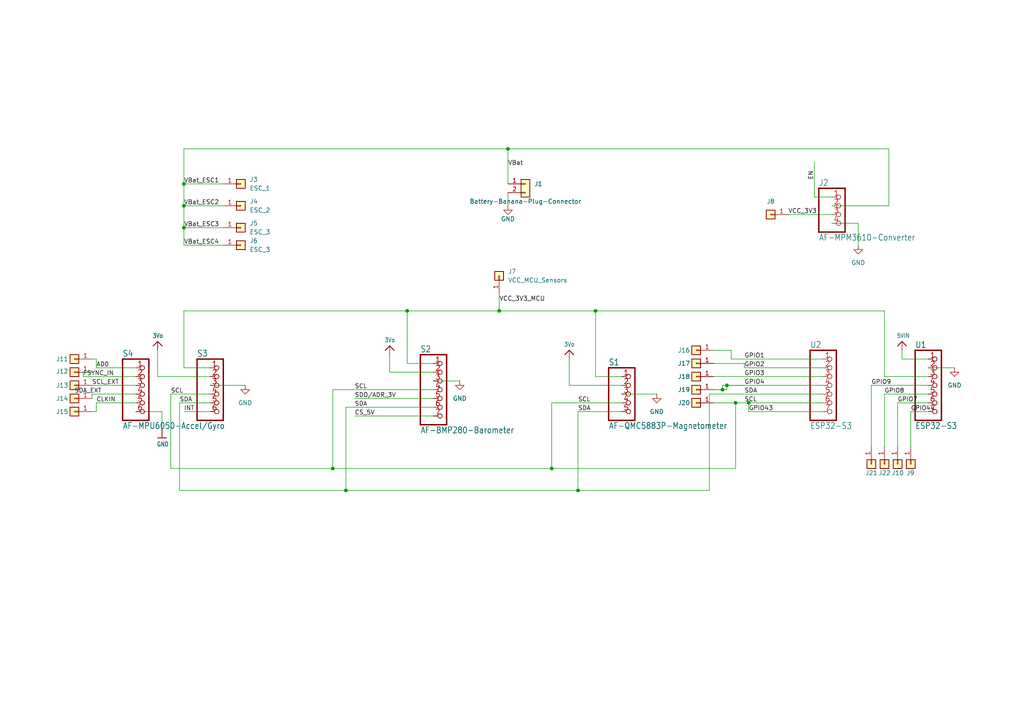
<source format=kicad_sch>
(kicad_sch
	(version 20250114)
	(generator "eeschema")
	(generator_version "9.0")
	(uuid "2d6953ec-d1de-4934-8bee-6df92855ecfe")
	(paper "A4")
	(lib_symbols
		(symbol "Adafruit BMP280-eagle-import:3.3V"
			(power)
			(exclude_from_sim no)
			(in_bom yes)
			(on_board yes)
			(property "Reference" ""
				(at 0 0 0)
				(effects
					(font
						(size 1.27 1.27)
					)
					(hide yes)
				)
			)
			(property "Value" ""
				(at -1.524 1.016 0)
				(effects
					(font
						(size 1.27 1.0795)
					)
					(justify left bottom)
				)
			)
			(property "Footprint" ""
				(at 0 0 0)
				(effects
					(font
						(size 1.27 1.27)
					)
					(hide yes)
				)
			)
			(property "Datasheet" ""
				(at 0 0 0)
				(effects
					(font
						(size 1.27 1.27)
					)
					(hide yes)
				)
			)
			(property "Description" "3.3V Supply"
				(at 0 0 0)
				(effects
					(font
						(size 1.27 1.27)
					)
					(hide yes)
				)
			)
			(property "ki_locked" ""
				(at 0 0 0)
				(effects
					(font
						(size 1.27 1.27)
					)
				)
			)
			(symbol "3.3V_1_0"
				(polyline
					(pts
						(xy -1.27 -1.27) (xy 0 0)
					)
					(stroke
						(width 0.254)
						(type solid)
					)
					(fill
						(type none)
					)
				)
				(polyline
					(pts
						(xy 0 0) (xy 1.27 -1.27)
					)
					(stroke
						(width 0.254)
						(type solid)
					)
					(fill
						(type none)
					)
				)
				(pin power_in line
					(at 0 -2.54 90)
					(length 2.54)
					(name "3.3V"
						(effects
							(font
								(size 0 0)
							)
						)
					)
					(number "1"
						(effects
							(font
								(size 0 0)
							)
						)
					)
				)
			)
			(embedded_fonts no)
		)
		(symbol "Adafruit BMP280-eagle-import:5.0V"
			(power)
			(exclude_from_sim no)
			(in_bom yes)
			(on_board yes)
			(property "Reference" ""
				(at 0 0 0)
				(effects
					(font
						(size 1.27 1.27)
					)
					(hide yes)
				)
			)
			(property "Value" ""
				(at -1.524 1.016 0)
				(effects
					(font
						(size 1.27 1.0795)
					)
					(justify left bottom)
				)
			)
			(property "Footprint" ""
				(at 0 0 0)
				(effects
					(font
						(size 1.27 1.27)
					)
					(hide yes)
				)
			)
			(property "Datasheet" ""
				(at 0 0 0)
				(effects
					(font
						(size 1.27 1.27)
					)
					(hide yes)
				)
			)
			(property "Description" "5.0V Supply"
				(at 0 0 0)
				(effects
					(font
						(size 1.27 1.27)
					)
					(hide yes)
				)
			)
			(property "ki_locked" ""
				(at 0 0 0)
				(effects
					(font
						(size 1.27 1.27)
					)
				)
			)
			(symbol "5.0V_1_0"
				(polyline
					(pts
						(xy -1.27 -1.27) (xy 0 0)
					)
					(stroke
						(width 0.254)
						(type solid)
					)
					(fill
						(type none)
					)
				)
				(polyline
					(pts
						(xy 0 0) (xy 1.27 -1.27)
					)
					(stroke
						(width 0.254)
						(type solid)
					)
					(fill
						(type none)
					)
				)
				(pin power_in line
					(at 0 -2.54 90)
					(length 2.54)
					(name "5.0V"
						(effects
							(font
								(size 0 0)
							)
						)
					)
					(number "1"
						(effects
							(font
								(size 0 0)
							)
						)
					)
				)
			)
			(embedded_fonts no)
		)
		(symbol "Adafruit BMP280-eagle-import:HEADER-1X770MIL"
			(exclude_from_sim no)
			(in_bom yes)
			(on_board yes)
			(property "Reference" "JP"
				(at -6.35 10.795 0)
				(effects
					(font
						(size 1.778 1.5113)
					)
					(justify left bottom)
				)
			)
			(property "Value" ""
				(at -6.35 -12.7 0)
				(effects
					(font
						(size 1.778 1.5113)
					)
					(justify left bottom)
				)
			)
			(property "Footprint" "Adafruit BMP280:1X07_ROUND_70"
				(at 0 0 0)
				(effects
					(font
						(size 1.27 1.27)
					)
					(hide yes)
				)
			)
			(property "Datasheet" ""
				(at 0 0 0)
				(effects
					(font
						(size 1.27 1.27)
					)
					(hide yes)
				)
			)
			(property "Description" "PIN HEADER"
				(at 0 0 0)
				(effects
					(font
						(size 1.27 1.27)
					)
					(hide yes)
				)
			)
			(property "ki_locked" ""
				(at 0 0 0)
				(effects
					(font
						(size 1.27 1.27)
					)
				)
			)
			(symbol "HEADER-1X770MIL_1_0"
				(polyline
					(pts
						(xy -6.35 10.16) (xy -6.35 -10.16)
					)
					(stroke
						(width 0.4064)
						(type solid)
					)
					(fill
						(type none)
					)
				)
				(polyline
					(pts
						(xy -6.35 -10.16) (xy 1.27 -10.16)
					)
					(stroke
						(width 0.4064)
						(type solid)
					)
					(fill
						(type none)
					)
				)
				(polyline
					(pts
						(xy 1.27 10.16) (xy -6.35 10.16)
					)
					(stroke
						(width 0.4064)
						(type solid)
					)
					(fill
						(type none)
					)
				)
				(polyline
					(pts
						(xy 1.27 -10.16) (xy 1.27 10.16)
					)
					(stroke
						(width 0.4064)
						(type solid)
					)
					(fill
						(type none)
					)
				)
				(pin passive inverted
					(at -2.54 7.62 0)
					(length 2.54)
					(name "1"
						(effects
							(font
								(size 0 0)
							)
						)
					)
					(number "1"
						(effects
							(font
								(size 1.524 1.524)
							)
						)
					)
				)
				(pin passive inverted
					(at -2.54 5.08 0)
					(length 2.54)
					(name "2"
						(effects
							(font
								(size 0 0)
							)
						)
					)
					(number "2"
						(effects
							(font
								(size 1.524 1.524)
							)
						)
					)
				)
				(pin passive inverted
					(at -2.54 2.54 0)
					(length 2.54)
					(name "3"
						(effects
							(font
								(size 0 0)
							)
						)
					)
					(number "3"
						(effects
							(font
								(size 1.524 1.524)
							)
						)
					)
				)
				(pin passive inverted
					(at -2.54 0 0)
					(length 2.54)
					(name "4"
						(effects
							(font
								(size 0 0)
							)
						)
					)
					(number "4"
						(effects
							(font
								(size 1.524 1.524)
							)
						)
					)
				)
				(pin passive inverted
					(at -2.54 -2.54 0)
					(length 2.54)
					(name "5"
						(effects
							(font
								(size 0 0)
							)
						)
					)
					(number "5"
						(effects
							(font
								(size 1.524 1.524)
							)
						)
					)
				)
				(pin passive inverted
					(at -2.54 -5.08 0)
					(length 2.54)
					(name "6"
						(effects
							(font
								(size 0 0)
							)
						)
					)
					(number "6"
						(effects
							(font
								(size 1.524 1.524)
							)
						)
					)
				)
				(pin passive inverted
					(at -2.54 -7.62 0)
					(length 2.54)
					(name "7"
						(effects
							(font
								(size 0 0)
							)
						)
					)
					(number "7"
						(effects
							(font
								(size 1.524 1.524)
							)
						)
					)
				)
			)
			(embedded_fonts no)
		)
		(symbol "Adafruit MPM3610-eagle-import:HEADER-1X4ROUND"
			(exclude_from_sim no)
			(in_bom yes)
			(on_board yes)
			(property "Reference" "JP"
				(at -6.35 8.255 0)
				(effects
					(font
						(size 1.778 1.5113)
					)
					(justify left bottom)
				)
			)
			(property "Value" ""
				(at -6.35 -7.62 0)
				(effects
					(font
						(size 1.778 1.5113)
					)
					(justify left bottom)
				)
			)
			(property "Footprint" "Adafruit MPM3610:1X04_ROUND"
				(at 0 0 0)
				(effects
					(font
						(size 1.27 1.27)
					)
					(hide yes)
				)
			)
			(property "Datasheet" ""
				(at 0 0 0)
				(effects
					(font
						(size 1.27 1.27)
					)
					(hide yes)
				)
			)
			(property "Description" "PIN HEADER"
				(at 0 0 0)
				(effects
					(font
						(size 1.27 1.27)
					)
					(hide yes)
				)
			)
			(property "ki_locked" ""
				(at 0 0 0)
				(effects
					(font
						(size 1.27 1.27)
					)
				)
			)
			(symbol "HEADER-1X4ROUND_1_0"
				(polyline
					(pts
						(xy -6.35 7.62) (xy -6.35 -5.08)
					)
					(stroke
						(width 0.4064)
						(type solid)
					)
					(fill
						(type none)
					)
				)
				(polyline
					(pts
						(xy -6.35 -5.08) (xy 1.27 -5.08)
					)
					(stroke
						(width 0.4064)
						(type solid)
					)
					(fill
						(type none)
					)
				)
				(polyline
					(pts
						(xy 1.27 7.62) (xy -6.35 7.62)
					)
					(stroke
						(width 0.4064)
						(type solid)
					)
					(fill
						(type none)
					)
				)
				(polyline
					(pts
						(xy 1.27 -5.08) (xy 1.27 7.62)
					)
					(stroke
						(width 0.4064)
						(type solid)
					)
					(fill
						(type none)
					)
				)
				(pin passive inverted
					(at -2.54 5.08 0)
					(length 2.54)
					(name "1"
						(effects
							(font
								(size 0 0)
							)
						)
					)
					(number "1"
						(effects
							(font
								(size 1.524 1.524)
							)
						)
					)
				)
				(pin passive inverted
					(at -2.54 2.54 0)
					(length 2.54)
					(name "2"
						(effects
							(font
								(size 0 0)
							)
						)
					)
					(number "2"
						(effects
							(font
								(size 1.524 1.524)
							)
						)
					)
				)
				(pin passive inverted
					(at -2.54 0 0)
					(length 2.54)
					(name "3"
						(effects
							(font
								(size 0 0)
							)
						)
					)
					(number "3"
						(effects
							(font
								(size 1.524 1.524)
							)
						)
					)
				)
				(pin passive inverted
					(at -2.54 -2.54 0)
					(length 2.54)
					(name "4"
						(effects
							(font
								(size 0 0)
							)
						)
					)
					(number "4"
						(effects
							(font
								(size 1.524 1.524)
							)
						)
					)
				)
			)
			(embedded_fonts no)
		)
		(symbol "Adafruit MPU6050-eagle-import:3.3V"
			(power)
			(exclude_from_sim no)
			(in_bom yes)
			(on_board yes)
			(property "Reference" ""
				(at 0 0 0)
				(effects
					(font
						(size 1.27 1.27)
					)
					(hide yes)
				)
			)
			(property "Value" ""
				(at -1.524 1.016 0)
				(effects
					(font
						(size 1.27 1.0795)
					)
					(justify left bottom)
				)
			)
			(property "Footprint" ""
				(at 0 0 0)
				(effects
					(font
						(size 1.27 1.27)
					)
					(hide yes)
				)
			)
			(property "Datasheet" ""
				(at 0 0 0)
				(effects
					(font
						(size 1.27 1.27)
					)
					(hide yes)
				)
			)
			(property "Description" "3.3V Supply"
				(at 0 0 0)
				(effects
					(font
						(size 1.27 1.27)
					)
					(hide yes)
				)
			)
			(property "ki_locked" ""
				(at 0 0 0)
				(effects
					(font
						(size 1.27 1.27)
					)
				)
			)
			(symbol "3.3V_1_0"
				(polyline
					(pts
						(xy -1.27 -1.27) (xy 0 0)
					)
					(stroke
						(width 0.254)
						(type solid)
					)
					(fill
						(type none)
					)
				)
				(polyline
					(pts
						(xy 0 0) (xy 1.27 -1.27)
					)
					(stroke
						(width 0.254)
						(type solid)
					)
					(fill
						(type none)
					)
				)
				(pin power_in line
					(at 0 -2.54 90)
					(length 2.54)
					(name "3.3V"
						(effects
							(font
								(size 0 0)
							)
						)
					)
					(number "1"
						(effects
							(font
								(size 0 0)
							)
						)
					)
				)
			)
			(embedded_fonts no)
		)
		(symbol "Adafruit MPU6050-eagle-import:GND"
			(power)
			(exclude_from_sim no)
			(in_bom yes)
			(on_board yes)
			(property "Reference" ""
				(at 0 0 0)
				(effects
					(font
						(size 1.27 1.27)
					)
					(hide yes)
				)
			)
			(property "Value" ""
				(at -1.524 -2.54 0)
				(effects
					(font
						(size 1.27 1.0795)
					)
					(justify left bottom)
				)
			)
			(property "Footprint" ""
				(at 0 0 0)
				(effects
					(font
						(size 1.27 1.27)
					)
					(hide yes)
				)
			)
			(property "Datasheet" ""
				(at 0 0 0)
				(effects
					(font
						(size 1.27 1.27)
					)
					(hide yes)
				)
			)
			(property "Description" "GND"
				(at 0 0 0)
				(effects
					(font
						(size 1.27 1.27)
					)
					(hide yes)
				)
			)
			(property "ki_locked" ""
				(at 0 0 0)
				(effects
					(font
						(size 1.27 1.27)
					)
				)
			)
			(symbol "GND_1_0"
				(polyline
					(pts
						(xy -1.27 0) (xy 1.27 0)
					)
					(stroke
						(width 0.254)
						(type solid)
					)
					(fill
						(type none)
					)
				)
				(pin power_in line
					(at 0 2.54 270)
					(length 2.54)
					(name "GND"
						(effects
							(font
								(size 0 0)
							)
						)
					)
					(number "1"
						(effects
							(font
								(size 0 0)
							)
						)
					)
				)
			)
			(embedded_fonts no)
		)
		(symbol "Adafruit MPU6050-eagle-import:HEADER-1X670MIL"
			(exclude_from_sim no)
			(in_bom yes)
			(on_board yes)
			(property "Reference" "JP"
				(at -6.35 10.795 0)
				(effects
					(font
						(size 1.778 1.5113)
					)
					(justify left bottom)
				)
			)
			(property "Value" ""
				(at -6.35 -10.16 0)
				(effects
					(font
						(size 1.778 1.5113)
					)
					(justify left bottom)
				)
			)
			(property "Footprint" "Adafruit MPU6050:1X06_ROUND_70"
				(at 0 0 0)
				(effects
					(font
						(size 1.27 1.27)
					)
					(hide yes)
				)
			)
			(property "Datasheet" ""
				(at 0 0 0)
				(effects
					(font
						(size 1.27 1.27)
					)
					(hide yes)
				)
			)
			(property "Description" "PIN HEADER"
				(at 0 0 0)
				(effects
					(font
						(size 1.27 1.27)
					)
					(hide yes)
				)
			)
			(property "ki_locked" ""
				(at 0 0 0)
				(effects
					(font
						(size 1.27 1.27)
					)
				)
			)
			(symbol "HEADER-1X670MIL_1_0"
				(polyline
					(pts
						(xy -6.35 10.16) (xy -6.35 -7.62)
					)
					(stroke
						(width 0.4064)
						(type solid)
					)
					(fill
						(type none)
					)
				)
				(polyline
					(pts
						(xy -6.35 -7.62) (xy 1.27 -7.62)
					)
					(stroke
						(width 0.4064)
						(type solid)
					)
					(fill
						(type none)
					)
				)
				(polyline
					(pts
						(xy 1.27 10.16) (xy -6.35 10.16)
					)
					(stroke
						(width 0.4064)
						(type solid)
					)
					(fill
						(type none)
					)
				)
				(polyline
					(pts
						(xy 1.27 -7.62) (xy 1.27 10.16)
					)
					(stroke
						(width 0.4064)
						(type solid)
					)
					(fill
						(type none)
					)
				)
				(pin passive inverted
					(at -2.54 7.62 0)
					(length 2.54)
					(name "1"
						(effects
							(font
								(size 0 0)
							)
						)
					)
					(number "1"
						(effects
							(font
								(size 1.524 1.524)
							)
						)
					)
				)
				(pin passive inverted
					(at -2.54 5.08 0)
					(length 2.54)
					(name "2"
						(effects
							(font
								(size 0 0)
							)
						)
					)
					(number "2"
						(effects
							(font
								(size 1.524 1.524)
							)
						)
					)
				)
				(pin passive inverted
					(at -2.54 2.54 0)
					(length 2.54)
					(name "3"
						(effects
							(font
								(size 0 0)
							)
						)
					)
					(number "3"
						(effects
							(font
								(size 1.524 1.524)
							)
						)
					)
				)
				(pin passive inverted
					(at -2.54 0 0)
					(length 2.54)
					(name "4"
						(effects
							(font
								(size 0 0)
							)
						)
					)
					(number "4"
						(effects
							(font
								(size 1.524 1.524)
							)
						)
					)
				)
				(pin passive inverted
					(at -2.54 -2.54 0)
					(length 2.54)
					(name "5"
						(effects
							(font
								(size 0 0)
							)
						)
					)
					(number "5"
						(effects
							(font
								(size 1.524 1.524)
							)
						)
					)
				)
				(pin passive inverted
					(at -2.54 -5.08 0)
					(length 2.54)
					(name "6"
						(effects
							(font
								(size 0 0)
							)
						)
					)
					(number "6"
						(effects
							(font
								(size 1.524 1.524)
							)
						)
					)
				)
			)
			(embedded_fonts no)
		)
		(symbol "Adafruit MPU6050-eagle-import:HEADER-1X6ROUND"
			(exclude_from_sim no)
			(in_bom yes)
			(on_board yes)
			(property "Reference" "JP"
				(at -6.35 10.795 0)
				(effects
					(font
						(size 1.778 1.5113)
					)
					(justify left bottom)
				)
			)
			(property "Value" ""
				(at -6.35 -10.16 0)
				(effects
					(font
						(size 1.778 1.5113)
					)
					(justify left bottom)
				)
			)
			(property "Footprint" "Adafruit MPU6050:1X06_ROUND"
				(at 0 0 0)
				(effects
					(font
						(size 1.27 1.27)
					)
					(hide yes)
				)
			)
			(property "Datasheet" ""
				(at 0 0 0)
				(effects
					(font
						(size 1.27 1.27)
					)
					(hide yes)
				)
			)
			(property "Description" "PIN HEADER"
				(at 0 0 0)
				(effects
					(font
						(size 1.27 1.27)
					)
					(hide yes)
				)
			)
			(property "ki_locked" ""
				(at 0 0 0)
				(effects
					(font
						(size 1.27 1.27)
					)
				)
			)
			(symbol "HEADER-1X6ROUND_1_0"
				(polyline
					(pts
						(xy -6.35 10.16) (xy -6.35 -7.62)
					)
					(stroke
						(width 0.4064)
						(type solid)
					)
					(fill
						(type none)
					)
				)
				(polyline
					(pts
						(xy -6.35 -7.62) (xy 1.27 -7.62)
					)
					(stroke
						(width 0.4064)
						(type solid)
					)
					(fill
						(type none)
					)
				)
				(polyline
					(pts
						(xy 1.27 10.16) (xy -6.35 10.16)
					)
					(stroke
						(width 0.4064)
						(type solid)
					)
					(fill
						(type none)
					)
				)
				(polyline
					(pts
						(xy 1.27 -7.62) (xy 1.27 10.16)
					)
					(stroke
						(width 0.4064)
						(type solid)
					)
					(fill
						(type none)
					)
				)
				(pin passive inverted
					(at -2.54 7.62 0)
					(length 2.54)
					(name "1"
						(effects
							(font
								(size 0 0)
							)
						)
					)
					(number "1"
						(effects
							(font
								(size 1.524 1.524)
							)
						)
					)
				)
				(pin passive inverted
					(at -2.54 5.08 0)
					(length 2.54)
					(name "2"
						(effects
							(font
								(size 0 0)
							)
						)
					)
					(number "2"
						(effects
							(font
								(size 1.524 1.524)
							)
						)
					)
				)
				(pin passive inverted
					(at -2.54 2.54 0)
					(length 2.54)
					(name "3"
						(effects
							(font
								(size 0 0)
							)
						)
					)
					(number "3"
						(effects
							(font
								(size 1.524 1.524)
							)
						)
					)
				)
				(pin passive inverted
					(at -2.54 0 0)
					(length 2.54)
					(name "4"
						(effects
							(font
								(size 0 0)
							)
						)
					)
					(number "4"
						(effects
							(font
								(size 1.524 1.524)
							)
						)
					)
				)
				(pin passive inverted
					(at -2.54 -2.54 0)
					(length 2.54)
					(name "5"
						(effects
							(font
								(size 0 0)
							)
						)
					)
					(number "5"
						(effects
							(font
								(size 1.524 1.524)
							)
						)
					)
				)
				(pin passive inverted
					(at -2.54 -5.08 0)
					(length 2.54)
					(name "6"
						(effects
							(font
								(size 0 0)
							)
						)
					)
					(number "6"
						(effects
							(font
								(size 1.524 1.524)
							)
						)
					)
				)
			)
			(embedded_fonts no)
		)
		(symbol "Adafruit QMC5883P Magnetometer-eagle-import:3.3V"
			(power)
			(exclude_from_sim no)
			(in_bom yes)
			(on_board yes)
			(property "Reference" ""
				(at 0 0 0)
				(effects
					(font
						(size 1.27 1.27)
					)
					(hide yes)
				)
			)
			(property "Value" ""
				(at -1.524 1.016 0)
				(effects
					(font
						(size 1.27 1.0795)
					)
					(justify left bottom)
				)
			)
			(property "Footprint" ""
				(at 0 0 0)
				(effects
					(font
						(size 1.27 1.27)
					)
					(hide yes)
				)
			)
			(property "Datasheet" ""
				(at 0 0 0)
				(effects
					(font
						(size 1.27 1.27)
					)
					(hide yes)
				)
			)
			(property "Description" "3.3V Supply"
				(at 0 0 0)
				(effects
					(font
						(size 1.27 1.27)
					)
					(hide yes)
				)
			)
			(property "ki_locked" ""
				(at 0 0 0)
				(effects
					(font
						(size 1.27 1.27)
					)
				)
			)
			(symbol "3.3V_1_0"
				(polyline
					(pts
						(xy -1.27 -1.27) (xy 0 0)
					)
					(stroke
						(width 0.254)
						(type solid)
					)
					(fill
						(type none)
					)
				)
				(polyline
					(pts
						(xy 0 0) (xy 1.27 -1.27)
					)
					(stroke
						(width 0.254)
						(type solid)
					)
					(fill
						(type none)
					)
				)
				(pin power_in line
					(at 0 -2.54 90)
					(length 2.54)
					(name "3.3V"
						(effects
							(font
								(size 0 0)
							)
						)
					)
					(number "1"
						(effects
							(font
								(size 0 0)
							)
						)
					)
				)
			)
			(embedded_fonts no)
		)
		(symbol "Adafruit QMC5883P Magnetometer-eagle-import:HEADER-1X570MIL"
			(exclude_from_sim no)
			(in_bom yes)
			(on_board yes)
			(property "Reference" "JP"
				(at -6.35 8.255 0)
				(effects
					(font
						(size 1.778 1.5113)
					)
					(justify left bottom)
				)
			)
			(property "Value" ""
				(at -6.35 -10.16 0)
				(effects
					(font
						(size 1.778 1.5113)
					)
					(justify left bottom)
				)
			)
			(property "Footprint" "Adafruit QMC5883P Magnetometer:1X05_ROUND_70"
				(at 0 0 0)
				(effects
					(font
						(size 1.27 1.27)
					)
					(hide yes)
				)
			)
			(property "Datasheet" ""
				(at 0 0 0)
				(effects
					(font
						(size 1.27 1.27)
					)
					(hide yes)
				)
			)
			(property "Description" "PIN HEADER"
				(at 0 0 0)
				(effects
					(font
						(size 1.27 1.27)
					)
					(hide yes)
				)
			)
			(property "ki_locked" ""
				(at 0 0 0)
				(effects
					(font
						(size 1.27 1.27)
					)
				)
			)
			(symbol "HEADER-1X570MIL_1_0"
				(polyline
					(pts
						(xy -6.35 7.62) (xy -6.35 -7.62)
					)
					(stroke
						(width 0.4064)
						(type solid)
					)
					(fill
						(type none)
					)
				)
				(polyline
					(pts
						(xy -6.35 -7.62) (xy 1.27 -7.62)
					)
					(stroke
						(width 0.4064)
						(type solid)
					)
					(fill
						(type none)
					)
				)
				(polyline
					(pts
						(xy 1.27 7.62) (xy -6.35 7.62)
					)
					(stroke
						(width 0.4064)
						(type solid)
					)
					(fill
						(type none)
					)
				)
				(polyline
					(pts
						(xy 1.27 -7.62) (xy 1.27 7.62)
					)
					(stroke
						(width 0.4064)
						(type solid)
					)
					(fill
						(type none)
					)
				)
				(pin passive inverted
					(at -2.54 5.08 0)
					(length 2.54)
					(name "1"
						(effects
							(font
								(size 0 0)
							)
						)
					)
					(number "1"
						(effects
							(font
								(size 1.524 1.524)
							)
						)
					)
				)
				(pin passive inverted
					(at -2.54 2.54 0)
					(length 2.54)
					(name "2"
						(effects
							(font
								(size 0 0)
							)
						)
					)
					(number "2"
						(effects
							(font
								(size 1.524 1.524)
							)
						)
					)
				)
				(pin passive inverted
					(at -2.54 0 0)
					(length 2.54)
					(name "3"
						(effects
							(font
								(size 0 0)
							)
						)
					)
					(number "3"
						(effects
							(font
								(size 1.524 1.524)
							)
						)
					)
				)
				(pin passive inverted
					(at -2.54 -2.54 0)
					(length 2.54)
					(name "4"
						(effects
							(font
								(size 0 0)
							)
						)
					)
					(number "4"
						(effects
							(font
								(size 1.524 1.524)
							)
						)
					)
				)
				(pin passive inverted
					(at -2.54 -5.08 0)
					(length 2.54)
					(name "5"
						(effects
							(font
								(size 0 0)
							)
						)
					)
					(number "5"
						(effects
							(font
								(size 1.524 1.524)
							)
						)
					)
				)
			)
			(embedded_fonts no)
		)
		(symbol "Connector_Generic:Conn_01x01"
			(pin_names
				(offset 1.016)
				(hide yes)
			)
			(exclude_from_sim no)
			(in_bom yes)
			(on_board yes)
			(property "Reference" "J"
				(at 0 2.54 0)
				(effects
					(font
						(size 1.27 1.27)
					)
				)
			)
			(property "Value" "Conn_01x01"
				(at 0 -2.54 0)
				(effects
					(font
						(size 1.27 1.27)
					)
				)
			)
			(property "Footprint" ""
				(at 0 0 0)
				(effects
					(font
						(size 1.27 1.27)
					)
					(hide yes)
				)
			)
			(property "Datasheet" "~"
				(at 0 0 0)
				(effects
					(font
						(size 1.27 1.27)
					)
					(hide yes)
				)
			)
			(property "Description" "Generic connector, single row, 01x01, script generated (kicad-library-utils/schlib/autogen/connector/)"
				(at 0 0 0)
				(effects
					(font
						(size 1.27 1.27)
					)
					(hide yes)
				)
			)
			(property "ki_keywords" "connector"
				(at 0 0 0)
				(effects
					(font
						(size 1.27 1.27)
					)
					(hide yes)
				)
			)
			(property "ki_fp_filters" "Connector*:*_1x??_*"
				(at 0 0 0)
				(effects
					(font
						(size 1.27 1.27)
					)
					(hide yes)
				)
			)
			(symbol "Conn_01x01_1_1"
				(rectangle
					(start -1.27 1.27)
					(end 1.27 -1.27)
					(stroke
						(width 0.254)
						(type default)
					)
					(fill
						(type background)
					)
				)
				(rectangle
					(start -1.27 0.127)
					(end 0 -0.127)
					(stroke
						(width 0.1524)
						(type default)
					)
					(fill
						(type none)
					)
				)
				(pin passive line
					(at -5.08 0 0)
					(length 3.81)
					(name "Pin_1"
						(effects
							(font
								(size 1.27 1.27)
							)
						)
					)
					(number "1"
						(effects
							(font
								(size 1.27 1.27)
							)
						)
					)
				)
			)
			(embedded_fonts no)
		)
		(symbol "Connector_Generic:Conn_01x02"
			(pin_names
				(offset 1.016)
				(hide yes)
			)
			(exclude_from_sim no)
			(in_bom yes)
			(on_board yes)
			(property "Reference" "J"
				(at 0 2.54 0)
				(effects
					(font
						(size 1.27 1.27)
					)
				)
			)
			(property "Value" "Conn_01x02"
				(at 0 -5.08 0)
				(effects
					(font
						(size 1.27 1.27)
					)
				)
			)
			(property "Footprint" ""
				(at 0 0 0)
				(effects
					(font
						(size 1.27 1.27)
					)
					(hide yes)
				)
			)
			(property "Datasheet" "~"
				(at 0 0 0)
				(effects
					(font
						(size 1.27 1.27)
					)
					(hide yes)
				)
			)
			(property "Description" "Generic connector, single row, 01x02, script generated (kicad-library-utils/schlib/autogen/connector/)"
				(at 0 0 0)
				(effects
					(font
						(size 1.27 1.27)
					)
					(hide yes)
				)
			)
			(property "ki_keywords" "connector"
				(at 0 0 0)
				(effects
					(font
						(size 1.27 1.27)
					)
					(hide yes)
				)
			)
			(property "ki_fp_filters" "Connector*:*_1x??_*"
				(at 0 0 0)
				(effects
					(font
						(size 1.27 1.27)
					)
					(hide yes)
				)
			)
			(symbol "Conn_01x02_1_1"
				(rectangle
					(start -1.27 1.27)
					(end 1.27 -3.81)
					(stroke
						(width 0.254)
						(type default)
					)
					(fill
						(type background)
					)
				)
				(rectangle
					(start -1.27 0.127)
					(end 0 -0.127)
					(stroke
						(width 0.1524)
						(type default)
					)
					(fill
						(type none)
					)
				)
				(rectangle
					(start -1.27 -2.413)
					(end 0 -2.667)
					(stroke
						(width 0.1524)
						(type default)
					)
					(fill
						(type none)
					)
				)
				(pin passive line
					(at -5.08 0 0)
					(length 3.81)
					(name "Pin_1"
						(effects
							(font
								(size 1.27 1.27)
							)
						)
					)
					(number "1"
						(effects
							(font
								(size 1.27 1.27)
							)
						)
					)
				)
				(pin passive line
					(at -5.08 -2.54 0)
					(length 3.81)
					(name "Pin_2"
						(effects
							(font
								(size 1.27 1.27)
							)
						)
					)
					(number "2"
						(effects
							(font
								(size 1.27 1.27)
							)
						)
					)
				)
			)
			(embedded_fonts no)
		)
		(symbol "power:GND"
			(power)
			(pin_numbers
				(hide yes)
			)
			(pin_names
				(offset 0)
				(hide yes)
			)
			(exclude_from_sim no)
			(in_bom yes)
			(on_board yes)
			(property "Reference" "#PWR"
				(at 0 -6.35 0)
				(effects
					(font
						(size 1.27 1.27)
					)
					(hide yes)
				)
			)
			(property "Value" "GND"
				(at 0 -3.81 0)
				(effects
					(font
						(size 1.27 1.27)
					)
				)
			)
			(property "Footprint" ""
				(at 0 0 0)
				(effects
					(font
						(size 1.27 1.27)
					)
					(hide yes)
				)
			)
			(property "Datasheet" ""
				(at 0 0 0)
				(effects
					(font
						(size 1.27 1.27)
					)
					(hide yes)
				)
			)
			(property "Description" "Power symbol creates a global label with name \"GND\" , ground"
				(at 0 0 0)
				(effects
					(font
						(size 1.27 1.27)
					)
					(hide yes)
				)
			)
			(property "ki_keywords" "global power"
				(at 0 0 0)
				(effects
					(font
						(size 1.27 1.27)
					)
					(hide yes)
				)
			)
			(symbol "GND_0_1"
				(polyline
					(pts
						(xy 0 0) (xy 0 -1.27) (xy 1.27 -1.27) (xy 0 -2.54) (xy -1.27 -1.27) (xy 0 -1.27)
					)
					(stroke
						(width 0)
						(type default)
					)
					(fill
						(type none)
					)
				)
			)
			(symbol "GND_1_1"
				(pin power_in line
					(at 0 0 270)
					(length 0)
					(name "~"
						(effects
							(font
								(size 1.27 1.27)
							)
						)
					)
					(number "1"
						(effects
							(font
								(size 1.27 1.27)
							)
						)
					)
				)
			)
			(embedded_fonts no)
		)
	)
	(junction
		(at 213.36 116.84)
		(diameter 0)
		(color 0 0 0 0)
		(uuid "201feba9-f074-4700-91f3-72b8ed50db17")
	)
	(junction
		(at 53.34 59.69)
		(diameter 0)
		(color 0 0 0 0)
		(uuid "26a77ba0-44cd-465f-a215-4e1a662d696c")
	)
	(junction
		(at 147.32 43.18)
		(diameter 0)
		(color 0 0 0 0)
		(uuid "26fa18c8-9dba-4acf-bbac-aa868091b46f")
	)
	(junction
		(at 210.82 111.76)
		(diameter 0)
		(color 0 0 0 0)
		(uuid "2fdee87a-ff77-44c4-9dec-6314a85d1128")
	)
	(junction
		(at 100.33 142.24)
		(diameter 0)
		(color 0 0 0 0)
		(uuid "3210611d-7f3c-423c-9b5b-36e9b3ded7b8")
	)
	(junction
		(at 209.55 113.03)
		(diameter 0)
		(color 0 0 0 0)
		(uuid "41fb237f-22ec-4697-a4fa-2fe272013932")
	)
	(junction
		(at 53.34 66.04)
		(diameter 0)
		(color 0 0 0 0)
		(uuid "4c192b25-f5cc-4cc6-b002-7f9d7da03272")
	)
	(junction
		(at 144.78 90.17)
		(diameter 0)
		(color 0 0 0 0)
		(uuid "52b290e2-3ea2-40a8-931d-967717aca067")
	)
	(junction
		(at 167.64 142.24)
		(diameter 0)
		(color 0 0 0 0)
		(uuid "57ced53e-30b7-485b-8f21-58568b7764d1")
	)
	(junction
		(at 160.02 135.89)
		(diameter 0)
		(color 0 0 0 0)
		(uuid "5e06be27-ed14-4f6b-b396-46b97e13fba3")
	)
	(junction
		(at 53.34 53.34)
		(diameter 0)
		(color 0 0 0 0)
		(uuid "89713459-4a86-49d8-93fb-d8d7729ab0f7")
	)
	(junction
		(at 217.17 116.84)
		(diameter 0)
		(color 0 0 0 0)
		(uuid "8d5d5e59-8fdc-46d0-a52d-a88f41a5d1bc")
	)
	(junction
		(at 172.72 90.17)
		(diameter 0)
		(color 0 0 0 0)
		(uuid "bd182281-ef09-423c-8da4-ba03713c4b4b")
	)
	(junction
		(at 118.11 90.17)
		(diameter 0)
		(color 0 0 0 0)
		(uuid "cd4a5253-90b3-4054-a567-b671f608df00")
	)
	(junction
		(at 96.52 135.89)
		(diameter 0)
		(color 0 0 0 0)
		(uuid "f7348b9c-b96f-4f57-8402-fb141c338dac")
	)
	(wire
		(pts
			(xy 118.11 90.17) (xy 118.11 105.41)
		)
		(stroke
			(width 0.1524)
			(type solid)
		)
		(uuid "0085d3b6-b4a8-4b59-90d2-10066bab9f6b")
	)
	(wire
		(pts
			(xy 215.9 106.68) (xy 238.76 106.68)
		)
		(stroke
			(width 0.1524)
			(type solid)
		)
		(uuid "07366064-d14d-447b-930b-9b38dd94f1b8")
	)
	(wire
		(pts
			(xy 252.73 129.54) (xy 252.73 111.76)
		)
		(stroke
			(width 0.1524)
			(type solid)
		)
		(uuid "0ce6ae89-96cc-4773-9efe-616162d915b3")
	)
	(wire
		(pts
			(xy 256.54 114.3) (xy 269.24 114.3)
		)
		(stroke
			(width 0.1524)
			(type solid)
		)
		(uuid "10424b1b-f943-4423-b709-78fafa79b0ad")
	)
	(wire
		(pts
			(xy 26.67 111.76) (xy 39.37 111.76)
		)
		(stroke
			(width 0.1524)
			(type solid)
		)
		(uuid "10e99064-6bef-4baa-8b39-241509e27d4a")
	)
	(wire
		(pts
			(xy 64.77 66.04) (xy 53.34 66.04)
		)
		(stroke
			(width 0)
			(type default)
		)
		(uuid "112be229-6eea-48f2-9307-af58d2af8132")
	)
	(wire
		(pts
			(xy 60.96 109.22) (xy 45.72 109.22)
		)
		(stroke
			(width 0.1524)
			(type solid)
		)
		(uuid "14160dd6-af76-4559-b32f-37d7e47729b3")
	)
	(wire
		(pts
			(xy 209.55 113.03) (xy 207.01 113.03)
		)
		(stroke
			(width 0.1524)
			(type solid)
		)
		(uuid "1508a98f-5572-48f1-821c-15833188f006")
	)
	(wire
		(pts
			(xy 49.53 135.89) (xy 96.52 135.89)
		)
		(stroke
			(width 0.1524)
			(type solid)
		)
		(uuid "16bcccc3-9559-4e92-93cf-f41f9b93ea5b")
	)
	(wire
		(pts
			(xy 269.24 116.84) (xy 260.35 116.84)
		)
		(stroke
			(width 0.1524)
			(type solid)
		)
		(uuid "1ae915e5-30e1-4176-baac-7a27e24218fa")
	)
	(wire
		(pts
			(xy 125.73 110.49) (xy 133.35 110.49)
		)
		(stroke
			(width 0.1524)
			(type solid)
		)
		(uuid "1ee8bbf6-7172-472f-8a77-4dcc0785f985")
	)
	(wire
		(pts
			(xy 100.33 142.24) (xy 167.64 142.24)
		)
		(stroke
			(width 0.1524)
			(type solid)
		)
		(uuid "1f23b6fd-c628-4956-b12e-62a6f040ca44")
	)
	(wire
		(pts
			(xy 60.96 111.76) (xy 71.12 111.76)
		)
		(stroke
			(width 0.1524)
			(type solid)
		)
		(uuid "2053d72d-c9ed-459c-8c7c-d97b31c385ca")
	)
	(wire
		(pts
			(xy 39.37 119.38) (xy 46.99 119.38)
		)
		(stroke
			(width 0.1524)
			(type solid)
		)
		(uuid "20f89ba3-07d6-4232-ba9d-a7ff176fcbd4")
	)
	(wire
		(pts
			(xy 260.35 116.84) (xy 260.35 129.54)
		)
		(stroke
			(width 0.1524)
			(type solid)
		)
		(uuid "266eff26-b7a8-48e7-ab3c-4be75d183645")
	)
	(wire
		(pts
			(xy 238.76 109.22) (xy 207.01 109.22)
		)
		(stroke
			(width 0.1524)
			(type solid)
		)
		(uuid "305ca4d4-b337-4c8f-84d7-889110f4ebc6")
	)
	(wire
		(pts
			(xy 180.34 111.76) (xy 165.1 111.76)
		)
		(stroke
			(width 0.1524)
			(type solid)
		)
		(uuid "31daf158-9dd9-4f69-9c10-53cfdb30011e")
	)
	(wire
		(pts
			(xy 27.94 104.14) (xy 27.94 106.68)
		)
		(stroke
			(width 0.1524)
			(type solid)
		)
		(uuid "347468ce-26d5-4df8-9077-3f6dbbb8c8b6")
	)
	(wire
		(pts
			(xy 209.55 113.03) (xy 209.55 111.76)
		)
		(stroke
			(width 0)
			(type default)
		)
		(uuid "3b1e86c1-c08b-4d8c-82df-ac72f9339e0f")
	)
	(wire
		(pts
			(xy 248.92 64.77) (xy 241.3 64.77)
		)
		(stroke
			(width 0.1524)
			(type solid)
		)
		(uuid "3c66793a-5c8c-4987-aaa8-143207e7b157")
	)
	(wire
		(pts
			(xy 125.73 115.57) (xy 102.87 115.57)
		)
		(stroke
			(width 0.1524)
			(type solid)
		)
		(uuid "423beac0-cef3-4842-809d-fe2df8507b42")
	)
	(wire
		(pts
			(xy 213.36 116.84) (xy 207.01 116.84)
		)
		(stroke
			(width 0.1524)
			(type solid)
		)
		(uuid "44d0eaaa-12a5-48d3-8b8b-94dff586b8d0")
	)
	(wire
		(pts
			(xy 212.09 104.14) (xy 238.76 104.14)
		)
		(stroke
			(width 0.1524)
			(type solid)
		)
		(uuid "452ed95a-b5e3-4118-a287-e05a81f15352")
	)
	(wire
		(pts
			(xy 264.16 119.38) (xy 264.16 129.54)
		)
		(stroke
			(width 0.1524)
			(type solid)
		)
		(uuid "46bc7dbf-3a94-42db-88df-7801901de4d8")
	)
	(wire
		(pts
			(xy 26.67 115.57) (xy 26.67 114.3)
		)
		(stroke
			(width 0)
			(type default)
		)
		(uuid "4915ebe7-bfce-4e88-b174-6233e5dac9d6")
	)
	(wire
		(pts
			(xy 64.77 53.34) (xy 53.34 53.34)
		)
		(stroke
			(width 0)
			(type default)
		)
		(uuid "491b17d2-b291-4c47-bc5e-fe2164a6c99d")
	)
	(wire
		(pts
			(xy 256.54 129.54) (xy 256.54 114.3)
		)
		(stroke
			(width 0.1524)
			(type solid)
		)
		(uuid "4ab577a2-4fa4-4ceb-9815-5ae914f331d2")
	)
	(wire
		(pts
			(xy 24.13 107.95) (xy 24.13 109.22)
		)
		(stroke
			(width 0.1524)
			(type solid)
		)
		(uuid "4e5e811b-258c-48de-bbdd-3c12ed3002b4")
	)
	(wire
		(pts
			(xy 64.77 59.69) (xy 53.34 59.69)
		)
		(stroke
			(width 0)
			(type default)
		)
		(uuid "5d215e16-9031-4595-b439-7edca0b0fa8d")
	)
	(wire
		(pts
			(xy 205.74 114.3) (xy 238.76 114.3)
		)
		(stroke
			(width 0.1524)
			(type solid)
		)
		(uuid "60d0b0d8-3c7c-47ab-8db8-a210957e8a79")
	)
	(wire
		(pts
			(xy 172.72 90.17) (xy 172.72 109.22)
		)
		(stroke
			(width 0.1524)
			(type solid)
		)
		(uuid "6278e6ff-bd1c-4869-b79d-85439c95f3ba")
	)
	(wire
		(pts
			(xy 49.53 114.3) (xy 49.53 135.89)
		)
		(stroke
			(width 0.1524)
			(type solid)
		)
		(uuid "63adfb7c-aa8d-4461-b735-0cfe8c5814dc")
	)
	(wire
		(pts
			(xy 215.9 105.41) (xy 215.9 106.68)
		)
		(stroke
			(width 0.1524)
			(type solid)
		)
		(uuid "647dd940-3a26-4456-85a3-58f53149869f")
	)
	(wire
		(pts
			(xy 210.82 111.76) (xy 215.9 111.76)
		)
		(stroke
			(width 0)
			(type default)
		)
		(uuid "64a6e522-881c-420a-9a67-de79c8888420")
	)
	(wire
		(pts
			(xy 210.82 113.03) (xy 210.82 111.76)
		)
		(stroke
			(width 0.1524)
			(type solid)
		)
		(uuid "6526448a-0df7-4990-931e-6ae460a2d516")
	)
	(wire
		(pts
			(xy 60.96 119.38) (xy 53.34 119.38)
		)
		(stroke
			(width 0.1524)
			(type solid)
		)
		(uuid "67ab7eda-9168-490e-8c5d-ad3cf085019e")
	)
	(wire
		(pts
			(xy 118.11 90.17) (xy 144.78 90.17)
		)
		(stroke
			(width 0.1524)
			(type solid)
		)
		(uuid "68f2d3c3-a4c0-4ae0-b586-988a55570c51")
	)
	(wire
		(pts
			(xy 147.32 43.18) (xy 147.32 53.34)
		)
		(stroke
			(width 0)
			(type default)
		)
		(uuid "692df146-3de8-474a-95d0-dd5343fb1e17")
	)
	(wire
		(pts
			(xy 261.62 104.14) (xy 261.62 101.6)
		)
		(stroke
			(width 0.1524)
			(type solid)
		)
		(uuid "6b2fc0f3-e092-44ec-aa7d-2af02e95db86")
	)
	(wire
		(pts
			(xy 27.94 106.68) (xy 39.37 106.68)
		)
		(stroke
			(width 0.1524)
			(type solid)
		)
		(uuid "6b75479b-d853-428c-829f-b0d4e24e5336")
	)
	(wire
		(pts
			(xy 46.99 119.38) (xy 46.99 124.46)
		)
		(stroke
			(width 0.1524)
			(type solid)
		)
		(uuid "6d64fbd0-b219-4279-a290-f923856c15c4")
	)
	(wire
		(pts
			(xy 160.02 135.89) (xy 213.36 135.89)
		)
		(stroke
			(width 0.1524)
			(type solid)
		)
		(uuid "6e8d0754-9f9c-45e5-8e68-356db6b59ef6")
	)
	(wire
		(pts
			(xy 217.17 116.84) (xy 217.17 119.38)
		)
		(stroke
			(width 0.1524)
			(type solid)
		)
		(uuid "6f763b70-acb5-4861-92b8-2c3dd4b61c0f")
	)
	(wire
		(pts
			(xy 256.54 109.22) (xy 269.24 109.22)
		)
		(stroke
			(width 0.1524)
			(type solid)
		)
		(uuid "6f7aa585-0bd4-4413-8abe-038acbaea531")
	)
	(wire
		(pts
			(xy 27.94 119.38) (xy 27.94 116.84)
		)
		(stroke
			(width 0.1524)
			(type solid)
		)
		(uuid "7916290f-cb8d-4b9a-a0e2-b817b98995aa")
	)
	(wire
		(pts
			(xy 236.22 46.99) (xy 236.22 57.15)
		)
		(stroke
			(width 0.1524)
			(type solid)
		)
		(uuid "7a8e063c-bd3f-4dff-9901-a64533b69e1b")
	)
	(wire
		(pts
			(xy 27.94 116.84) (xy 39.37 116.84)
		)
		(stroke
			(width 0.1524)
			(type solid)
		)
		(uuid "7b433309-8384-482c-8b5c-4b1e95d900ef")
	)
	(wire
		(pts
			(xy 212.09 101.6) (xy 207.01 101.6)
		)
		(stroke
			(width 0.1524)
			(type solid)
		)
		(uuid "85077008-6bc6-4824-9beb-d50f69a29a2b")
	)
	(wire
		(pts
			(xy 53.34 43.18) (xy 53.34 53.34)
		)
		(stroke
			(width 0)
			(type default)
		)
		(uuid "8764e72a-8972-4bb4-86ce-bec9e7796a2f")
	)
	(wire
		(pts
			(xy 53.34 90.17) (xy 53.34 106.68)
		)
		(stroke
			(width 0.1524)
			(type solid)
		)
		(uuid "89c95c05-0340-4bb1-aff9-cbd72fd1456e")
	)
	(wire
		(pts
			(xy 165.1 111.76) (xy 165.1 104.14)
		)
		(stroke
			(width 0.1524)
			(type solid)
		)
		(uuid "89da7daa-fd61-4d74-ac3e-a3aa5ad41049")
	)
	(wire
		(pts
			(xy 60.96 116.84) (xy 52.07 116.84)
		)
		(stroke
			(width 0.1524)
			(type solid)
		)
		(uuid "8b3fc75a-6b8e-4f7c-a4ee-f48297d7b5d7")
	)
	(wire
		(pts
			(xy 125.73 120.65) (xy 102.87 120.65)
		)
		(stroke
			(width 0.1524)
			(type solid)
		)
		(uuid "8c368637-fd1a-436b-81a3-9e264dbb694c")
	)
	(wire
		(pts
			(xy 60.96 106.68) (xy 53.34 106.68)
		)
		(stroke
			(width 0.1524)
			(type solid)
		)
		(uuid "8c499018-7960-4f99-9dbf-568aa67c7853")
	)
	(wire
		(pts
			(xy 53.34 43.18) (xy 147.32 43.18)
		)
		(stroke
			(width 0)
			(type default)
		)
		(uuid "94791ef2-9154-45d8-9908-6b80b5fd2933")
	)
	(wire
		(pts
			(xy 53.34 53.34) (xy 53.34 59.69)
		)
		(stroke
			(width 0)
			(type default)
		)
		(uuid "948ca925-a3cf-4b01-b430-77ee7e5d7981")
	)
	(wire
		(pts
			(xy 52.07 116.84) (xy 52.07 142.24)
		)
		(stroke
			(width 0.1524)
			(type solid)
		)
		(uuid "96cd63c1-244f-414f-8e16-ae93d54b71df")
	)
	(wire
		(pts
			(xy 144.78 85.09) (xy 144.78 90.17)
		)
		(stroke
			(width 0.1524)
			(type solid)
		)
		(uuid "97e2a9aa-40d0-40ef-babc-bcb636a9302b")
	)
	(wire
		(pts
			(xy 228.6 62.23) (xy 241.3 62.23)
		)
		(stroke
			(width 0)
			(type default)
		)
		(uuid "9aad19af-0d3f-467f-8d86-e55bf59e09dd")
	)
	(wire
		(pts
			(xy 167.64 119.38) (xy 167.64 142.24)
		)
		(stroke
			(width 0.1524)
			(type solid)
		)
		(uuid "9d48b7a4-9159-44d5-bbc5-85ecbbbd7470")
	)
	(wire
		(pts
			(xy 60.96 114.3) (xy 49.53 114.3)
		)
		(stroke
			(width 0.1524)
			(type solid)
		)
		(uuid "9da0a7a0-621d-44c2-9f95-abbfda39c3d2")
	)
	(wire
		(pts
			(xy 96.52 113.03) (xy 96.52 135.89)
		)
		(stroke
			(width 0.1524)
			(type solid)
		)
		(uuid "9f4fc557-4a3b-44d7-b3e6-166a9be7e6dd")
	)
	(wire
		(pts
			(xy 100.33 118.11) (xy 125.73 118.11)
		)
		(stroke
			(width 0.1524)
			(type solid)
		)
		(uuid "a289f4fa-4128-4074-971e-d65a9b3ef921")
	)
	(wire
		(pts
			(xy 269.24 106.68) (xy 276.86 106.68)
		)
		(stroke
			(width 0.1524)
			(type solid)
		)
		(uuid "a53e4041-b7b2-4c79-ab7b-faabb0a4b660")
	)
	(wire
		(pts
			(xy 45.72 109.22) (xy 45.72 101.6)
		)
		(stroke
			(width 0.1524)
			(type solid)
		)
		(uuid "ae0ef8d7-4164-4296-9755-1d95707eec45")
	)
	(wire
		(pts
			(xy 113.03 107.95) (xy 113.03 102.87)
		)
		(stroke
			(width 0.1524)
			(type solid)
		)
		(uuid "ae49ca81-5eee-4fe4-bfd4-73715179a453")
	)
	(wire
		(pts
			(xy 52.07 142.24) (xy 100.33 142.24)
		)
		(stroke
			(width 0.1524)
			(type solid)
		)
		(uuid "ae9c996f-785b-43f0-a777-21e8e02dc6c7")
	)
	(wire
		(pts
			(xy 53.34 66.04) (xy 53.34 71.12)
		)
		(stroke
			(width 0)
			(type default)
		)
		(uuid "aeb817fc-558b-4bcb-8030-c5f7051e7d5a")
	)
	(wire
		(pts
			(xy 217.17 116.84) (xy 238.76 116.84)
		)
		(stroke
			(width 0.1524)
			(type solid)
		)
		(uuid "b02df466-04e1-41ec-9fdf-fb1051722070")
	)
	(wire
		(pts
			(xy 209.55 111.76) (xy 210.82 111.76)
		)
		(stroke
			(width 0)
			(type default)
		)
		(uuid "b035e43c-c18d-40db-a3df-aa9c074b0501")
	)
	(wire
		(pts
			(xy 257.81 59.69) (xy 241.3 59.69)
		)
		(stroke
			(width 0.1524)
			(type solid)
		)
		(uuid "b432f19e-994f-4d0e-9c7e-37c0e0c1d77d")
	)
	(wire
		(pts
			(xy 210.82 113.03) (xy 209.55 113.03)
		)
		(stroke
			(width 0.1524)
			(type solid)
		)
		(uuid "b51673c7-36b7-4903-8db9-73071184e97a")
	)
	(wire
		(pts
			(xy 147.32 43.18) (xy 257.81 43.18)
		)
		(stroke
			(width 0)
			(type default)
		)
		(uuid "b582ed6c-a480-4045-ad98-7f5e6c914a7d")
	)
	(wire
		(pts
			(xy 125.73 105.41) (xy 118.11 105.41)
		)
		(stroke
			(width 0.1524)
			(type solid)
		)
		(uuid "b5cd6da6-2b41-47ad-9f17-d2ecb1a92787")
	)
	(wire
		(pts
			(xy 100.33 118.11) (xy 100.33 142.24)
		)
		(stroke
			(width 0.1524)
			(type solid)
		)
		(uuid "b76b4ea6-f484-49f3-a629-2eab3862031f")
	)
	(wire
		(pts
			(xy 180.34 114.3) (xy 190.5 114.3)
		)
		(stroke
			(width 0.1524)
			(type solid)
		)
		(uuid "b899b0be-68ea-4bec-8372-247c7c40d471")
	)
	(wire
		(pts
			(xy 212.09 101.6) (xy 212.09 104.14)
		)
		(stroke
			(width 0.1524)
			(type solid)
		)
		(uuid "b90ed393-7509-47a4-9412-0032d4d8559c")
	)
	(wire
		(pts
			(xy 217.17 119.38) (xy 238.76 119.38)
		)
		(stroke
			(width 0.1524)
			(type solid)
		)
		(uuid "b9864bfd-0278-44ae-adf1-2790f3d086b0")
	)
	(wire
		(pts
			(xy 160.02 116.84) (xy 180.34 116.84)
		)
		(stroke
			(width 0.1524)
			(type solid)
		)
		(uuid "b9c6adeb-e7d1-4353-98f1-b09be9f17dba")
	)
	(wire
		(pts
			(xy 213.36 135.89) (xy 213.36 116.84)
		)
		(stroke
			(width 0.1524)
			(type solid)
		)
		(uuid "ba5aea02-e50d-4f65-907e-945349f9d386")
	)
	(wire
		(pts
			(xy 96.52 113.03) (xy 125.73 113.03)
		)
		(stroke
			(width 0.1524)
			(type solid)
		)
		(uuid "be3877a2-99e2-4723-ba46-f6fd07facfde")
	)
	(wire
		(pts
			(xy 217.17 116.84) (xy 213.36 116.84)
		)
		(stroke
			(width 0.1524)
			(type solid)
		)
		(uuid "bf8886df-ecac-4def-b40f-1e1c73dbf606")
	)
	(wire
		(pts
			(xy 241.3 57.15) (xy 236.22 57.15)
		)
		(stroke
			(width 0.1524)
			(type solid)
		)
		(uuid "c83bf7db-0df4-4b1b-b37f-1962e68f0c32")
	)
	(wire
		(pts
			(xy 257.81 43.18) (xy 257.81 59.69)
		)
		(stroke
			(width 0.1524)
			(type solid)
		)
		(uuid "c8ace47a-681c-495f-9b0f-8ecd57bc0191")
	)
	(wire
		(pts
			(xy 269.24 104.14) (xy 261.62 104.14)
		)
		(stroke
			(width 0.1524)
			(type solid)
		)
		(uuid "cadd22ef-1cc3-4e6c-82c7-accfe3f53153")
	)
	(wire
		(pts
			(xy 210.82 111.76) (xy 238.76 111.76)
		)
		(stroke
			(width 0.1524)
			(type solid)
		)
		(uuid "cdfe1308-3d0d-4105-920e-30d507394e94")
	)
	(wire
		(pts
			(xy 180.34 109.22) (xy 172.72 109.22)
		)
		(stroke
			(width 0.1524)
			(type solid)
		)
		(uuid "cecd2af9-5049-48ae-8ce7-0d76ee238c35")
	)
	(wire
		(pts
			(xy 252.73 111.76) (xy 269.24 111.76)
		)
		(stroke
			(width 0.1524)
			(type solid)
		)
		(uuid "d0905b5a-bb0e-4ec6-9d16-e98ac61d944a")
	)
	(wire
		(pts
			(xy 147.32 59.69) (xy 147.32 55.88)
		)
		(stroke
			(width 0)
			(type default)
		)
		(uuid "d1977232-0bf1-4633-a27d-b14b6c9d4fca")
	)
	(wire
		(pts
			(xy 64.77 71.12) (xy 53.34 71.12)
		)
		(stroke
			(width 0)
			(type default)
		)
		(uuid "d1b7c16e-a54f-4d1c-b29e-9ab1e529638c")
	)
	(wire
		(pts
			(xy 24.13 109.22) (xy 39.37 109.22)
		)
		(stroke
			(width 0.1524)
			(type solid)
		)
		(uuid "d44f7b6e-6ea2-484d-a2fa-6d97098df359")
	)
	(wire
		(pts
			(xy 96.52 135.89) (xy 160.02 135.89)
		)
		(stroke
			(width 0.1524)
			(type solid)
		)
		(uuid "d61ee987-7e04-4b08-9273-6bd424e6038c")
	)
	(wire
		(pts
			(xy 27.94 119.38) (xy 26.67 119.38)
		)
		(stroke
			(width 0.1524)
			(type solid)
		)
		(uuid "d71e4772-0cb0-4a22-81c9-f8325bb01b3c")
	)
	(wire
		(pts
			(xy 215.9 105.41) (xy 207.01 105.41)
		)
		(stroke
			(width 0.1524)
			(type solid)
		)
		(uuid "d85eaf3c-e62b-435b-a84e-38bd9b93fe6b")
	)
	(wire
		(pts
			(xy 167.64 142.24) (xy 205.74 142.24)
		)
		(stroke
			(width 0.1524)
			(type solid)
		)
		(uuid "e10b2902-9484-4def-955a-739616cc19df")
	)
	(wire
		(pts
			(xy 269.24 119.38) (xy 264.16 119.38)
		)
		(stroke
			(width 0.1524)
			(type solid)
		)
		(uuid "e2328a80-6330-4e53-9e19-8ce424b74ca9")
	)
	(wire
		(pts
			(xy 53.34 90.17) (xy 118.11 90.17)
		)
		(stroke
			(width 0.1524)
			(type solid)
		)
		(uuid "e54d4227-a807-4e3f-a7ec-e582a5f5d938")
	)
	(wire
		(pts
			(xy 125.73 107.95) (xy 113.03 107.95)
		)
		(stroke
			(width 0.1524)
			(type solid)
		)
		(uuid "e6e97c28-d635-491f-a2f3-01961e4c8ea8")
	)
	(wire
		(pts
			(xy 144.78 90.17) (xy 172.72 90.17)
		)
		(stroke
			(width 0.1524)
			(type solid)
		)
		(uuid "e78a5cc6-4093-4bea-b16e-8a31c63b3e27")
	)
	(wire
		(pts
			(xy 180.34 119.38) (xy 167.64 119.38)
		)
		(stroke
			(width 0.1524)
			(type solid)
		)
		(uuid "ea0c1496-e28b-47b0-b200-46bfdbc3d3ff")
	)
	(wire
		(pts
			(xy 207.01 113.03) (xy 209.55 113.03)
		)
		(stroke
			(width 0)
			(type default)
		)
		(uuid "ea72c7b4-76cf-4c82-87f8-59f319eea2a0")
	)
	(wire
		(pts
			(xy 160.02 116.84) (xy 160.02 135.89)
		)
		(stroke
			(width 0.1524)
			(type solid)
		)
		(uuid "eea71744-cb17-4c7e-b5cd-913bfe650070")
	)
	(wire
		(pts
			(xy 53.34 59.69) (xy 53.34 66.04)
		)
		(stroke
			(width 0)
			(type default)
		)
		(uuid "f25098a8-e8ca-4421-9ce5-b34e9cc4f67c")
	)
	(wire
		(pts
			(xy 26.67 104.14) (xy 27.94 104.14)
		)
		(stroke
			(width 0.1524)
			(type solid)
		)
		(uuid "f3352953-abee-4e94-8b68-eeb616dec447")
	)
	(wire
		(pts
			(xy 26.67 114.3) (xy 39.37 114.3)
		)
		(stroke
			(width 0.1524)
			(type solid)
		)
		(uuid "f5841bbe-a2cb-4419-9f82-0a072c7692d0")
	)
	(wire
		(pts
			(xy 248.92 71.12) (xy 248.92 64.77)
		)
		(stroke
			(width 0.1524)
			(type solid)
		)
		(uuid "f8450cfc-8d76-43ba-b4ab-6320bc3c474f")
	)
	(wire
		(pts
			(xy 205.74 114.3) (xy 205.74 142.24)
		)
		(stroke
			(width 0.1524)
			(type solid)
		)
		(uuid "f9a1f4c6-5223-4058-a1f5-28420af00f11")
	)
	(wire
		(pts
			(xy 172.72 90.17) (xy 256.54 90.17)
		)
		(stroke
			(width 0.1524)
			(type solid)
		)
		(uuid "fb844e6a-c82c-49d1-a488-15eee0775c62")
	)
	(wire
		(pts
			(xy 256.54 90.17) (xy 256.54 109.22)
		)
		(stroke
			(width 0.1524)
			(type solid)
		)
		(uuid "fb9098e0-ab68-41bc-8679-d6f8000e34ac")
	)
	(wire
		(pts
			(xy 26.67 107.95) (xy 24.13 107.95)
		)
		(stroke
			(width 0.1524)
			(type solid)
		)
		(uuid "fc4bcac7-cbc1-4663-beca-91a89ce7de1f")
	)
	(label "SCL"
		(at 49.53 114.3 0)
		(effects
			(font
				(size 1.2446 1.2446)
			)
			(justify left bottom)
		)
		(uuid "14f64c82-a6b2-47bc-8b2b-f75dbda0bc91")
	)
	(label "AD0"
		(at 27.94 106.68 0)
		(effects
			(font
				(size 1.2446 1.2446)
			)
			(justify left bottom)
		)
		(uuid "205153be-0b14-4ff3-8e2b-d8f63113b945")
	)
	(label "INT"
		(at 53.34 119.38 0)
		(effects
			(font
				(size 1.2446 1.2446)
			)
			(justify left bottom)
		)
		(uuid "29652ac9-ca2f-416e-8efa-a513604e43ed")
	)
	(label "SCL"
		(at 102.87 113.03 0)
		(effects
			(font
				(size 1.2446 1.2446)
			)
			(justify left bottom)
		)
		(uuid "2b221420-da16-4f09-b608-26d50039640c")
	)
	(label "CLKIN"
		(at 27.94 116.84 0)
		(effects
			(font
				(size 1.2446 1.2446)
			)
			(justify left bottom)
		)
		(uuid "4520f497-f5af-424d-8aa1-d1c4626d0584")
	)
	(label "SCL"
		(at 167.64 116.84 0)
		(effects
			(font
				(size 1.2446 1.2446)
			)
			(justify left bottom)
		)
		(uuid "45be6e56-da86-4ffa-b8d9-9ab206718743")
	)
	(label "SDA"
		(at 215.9 114.3 0)
		(effects
			(font
				(size 1.27 1.27)
			)
			(justify left bottom)
		)
		(uuid "4fb949ac-7824-4e9d-a000-4ab80ac842aa")
	)
	(label "EN"
		(at 236.22 52.07 90)
		(effects
			(font
				(size 1.2446 1.2446)
			)
			(justify left bottom)
		)
		(uuid "51a66c5e-43f1-4bf3-a9cc-6961e7d8c5f8")
	)
	(label "SCL"
		(at 215.9 116.84 0)
		(effects
			(font
				(size 1.27 1.27)
			)
			(justify left bottom)
		)
		(uuid "5bf716ab-cb17-41b0-bf4d-3686a2099ebc")
	)
	(label "VBat"
		(at 147.32 48.26 0)
		(effects
			(font
				(size 1.27 1.27)
			)
			(justify left bottom)
		)
		(uuid "643e9076-7bd7-401e-92fb-e6d0ad054fdd")
	)
	(label "VCC_3V3"
		(at 228.6 62.23 0)
		(effects
			(font
				(size 1.27 1.27)
			)
			(justify left bottom)
		)
		(uuid "6cdcb8ec-c552-4d4a-9234-a6af901e9281")
	)
	(label "CS_5V"
		(at 102.87 120.65 0)
		(effects
			(font
				(size 1.2446 1.2446)
			)
			(justify left bottom)
		)
		(uuid "6d3a68d9-e9f4-4ce5-8e62-033e7204b309")
	)
	(label "VBat_ESC3"
		(at 53.34 66.04 0)
		(effects
			(font
				(size 1.27 1.27)
			)
			(justify left bottom)
		)
		(uuid "6d615845-6091-4fba-a487-ce7668e9528f")
	)
	(label "GPIO44"
		(at 264.16 119.38 0)
		(effects
			(font
				(size 1.2446 1.2446)
			)
			(justify left bottom)
		)
		(uuid "6e2ab21b-6f1a-440f-b933-4a03b5cb5d14")
	)
	(label "SCL_EXT"
		(at 26.67 111.76 0)
		(effects
			(font
				(size 1.2446 1.2446)
			)
			(justify left bottom)
		)
		(uuid "703098b4-05e7-4c14-8655-b9697ef565ad")
	)
	(label "SDO/ADR_3V"
		(at 102.87 115.57 0)
		(effects
			(font
				(size 1.2446 1.2446)
			)
			(justify left bottom)
		)
		(uuid "7d187e86-72a7-4aef-b853-fd5a18f1a5ce")
	)
	(label "GPIO7"
		(at 260.35 116.84 0)
		(effects
			(font
				(size 1.2446 1.2446)
			)
			(justify left bottom)
		)
		(uuid "86a02381-c356-4555-a842-056647ec6685")
	)
	(label "GPIO9"
		(at 252.73 111.76 0)
		(effects
			(font
				(size 1.2446 1.2446)
			)
			(justify left bottom)
		)
		(uuid "986339f2-8a13-4101-b47c-6d6dd9adeded")
	)
	(label "GPIO2"
		(at 215.9 106.68 0)
		(effects
			(font
				(size 1.27 1.27)
			)
			(justify left bottom)
		)
		(uuid "9f977f03-acc0-40f2-bfee-f70b6358bdab")
	)
	(label "SDA_EXT"
		(at 21.59 114.3 0)
		(effects
			(font
				(size 1.2446 1.2446)
			)
			(justify left bottom)
		)
		(uuid "a80c9169-ea79-4b70-ac67-eb08cc04fe24")
	)
	(label "VCC_3V3_MCU"
		(at 144.78 87.63 0)
		(effects
			(font
				(size 1.27 1.27)
			)
			(justify left bottom)
		)
		(uuid "b5bb901b-fd5a-409c-8044-bcafa2ee2866")
	)
	(label "GPIO43"
		(at 217.17 119.38 0)
		(effects
			(font
				(size 1.27 1.27)
			)
			(justify left bottom)
		)
		(uuid "b8f863f5-8190-4300-9a5e-3757d0328b9a")
	)
	(label "SDA"
		(at 52.07 116.84 0)
		(effects
			(font
				(size 1.2446 1.2446)
			)
			(justify left bottom)
		)
		(uuid "bf68778b-13ae-4a77-a7e8-eb4032d0996d")
	)
	(label "SDA"
		(at 167.64 119.38 0)
		(effects
			(font
				(size 1.2446 1.2446)
			)
			(justify left bottom)
		)
		(uuid "c8791493-1fc0-440a-ad82-5ac57904d6df")
	)
	(label "SDA"
		(at 102.87 118.11 0)
		(effects
			(font
				(size 1.2446 1.2446)
			)
			(justify left bottom)
		)
		(uuid "cbbbef03-9a19-470d-abcd-ff9e5c04a767")
	)
	(label "GPIO4"
		(at 215.9 111.76 0)
		(effects
			(font
				(size 1.27 1.27)
			)
			(justify left bottom)
		)
		(uuid "cde63a63-08bb-48d9-a15f-e78916add064")
	)
	(label "FSYNC_IN"
		(at 24.13 109.22 0)
		(effects
			(font
				(size 1.2446 1.2446)
			)
			(justify left bottom)
		)
		(uuid "d60b4631-99f1-4764-98cf-2a131ad0a0d5")
	)
	(label "GPIO3"
		(at 215.9 109.22 0)
		(effects
			(font
				(size 1.27 1.27)
			)
			(justify left bottom)
		)
		(uuid "db4e95e8-a1db-4856-8fd8-5f8ad17554e1")
	)
	(label "VBat_ESC1"
		(at 53.34 53.34 0)
		(effects
			(font
				(size 1.27 1.27)
			)
			(justify left bottom)
		)
		(uuid "e3805a1e-5c7c-44a3-a689-a06f1e8288eb")
	)
	(label "VBat_ESC2"
		(at 53.34 59.69 0)
		(effects
			(font
				(size 1.27 1.27)
			)
			(justify left bottom)
		)
		(uuid "e401829b-14d8-49e2-ac28-5d40233b73cc")
	)
	(label "GPIO1"
		(at 215.9 104.14 0)
		(effects
			(font
				(size 1.27 1.27)
			)
			(justify left bottom)
		)
		(uuid "f6bf256d-aab1-4aa4-8678-9e7d841cf2b7")
	)
	(label "VBat_ESC4"
		(at 53.34 71.12 0)
		(effects
			(font
				(size 1.27 1.27)
			)
			(justify left bottom)
		)
		(uuid "fd7deb7f-b18c-420b-9850-5ee9ca5c93d9")
	)
	(label "GPIO8"
		(at 256.54 114.3 0)
		(effects
			(font
				(size 1.2446 1.2446)
			)
			(justify left bottom)
		)
		(uuid "ff02de88-0d8d-4ab6-a096-f6e06d076b4a")
	)
	(symbol
		(lib_id "power:GND")
		(at 276.86 106.68 0)
		(unit 1)
		(exclude_from_sim no)
		(in_bom yes)
		(on_board yes)
		(dnp no)
		(fields_autoplaced yes)
		(uuid "038787c5-6c1a-4936-9dcd-e79e2be3e3b7")
		(property "Reference" "#PWR05"
			(at 276.86 113.03 0)
			(effects
				(font
					(size 1.27 1.27)
				)
				(hide yes)
			)
		)
		(property "Value" "GND"
			(at 276.86 111.76 0)
			(effects
				(font
					(size 1.27 1.27)
				)
			)
		)
		(property "Footprint" ""
			(at 276.86 106.68 0)
			(effects
				(font
					(size 1.27 1.27)
				)
				(hide yes)
			)
		)
		(property "Datasheet" ""
			(at 276.86 106.68 0)
			(effects
				(font
					(size 1.27 1.27)
				)
				(hide yes)
			)
		)
		(property "Description" "Power symbol creates a global label with name \"GND\" , ground"
			(at 276.86 106.68 0)
			(effects
				(font
					(size 1.27 1.27)
				)
				(hide yes)
			)
		)
		(pin "1"
			(uuid "93490543-8280-4a6b-9929-8b3c5c2cbc8b")
		)
		(instances
			(project "drone"
				(path "/2d6953ec-d1de-4934-8bee-6df92855ecfe"
					(reference "#PWR05")
					(unit 1)
				)
			)
		)
	)
	(symbol
		(lib_id "Connector_Generic:Conn_01x01")
		(at 201.93 101.6 180)
		(unit 1)
		(exclude_from_sim no)
		(in_bom yes)
		(on_board yes)
		(dnp no)
		(uuid "05745729-55cd-4af5-bb89-2c7d8cbc3e56")
		(property "Reference" "J16"
			(at 198.374 101.6 0)
			(effects
				(font
					(size 1.27 1.27)
				)
			)
		)
		(property "Value" "Conn_01x01"
			(at 201.93 97.79 0)
			(effects
				(font
					(size 1.27 1.27)
				)
				(hide yes)
			)
		)
		(property "Footprint" ""
			(at 201.93 101.6 0)
			(effects
				(font
					(size 1.27 1.27)
				)
				(hide yes)
			)
		)
		(property "Datasheet" "~"
			(at 201.93 101.6 0)
			(effects
				(font
					(size 1.27 1.27)
				)
				(hide yes)
			)
		)
		(property "Description" "Generic connector, single row, 01x01, script generated (kicad-library-utils/schlib/autogen/connector/)"
			(at 201.93 101.6 0)
			(effects
				(font
					(size 1.27 1.27)
				)
				(hide yes)
			)
		)
		(pin "1"
			(uuid "88baec66-2f86-44ff-9bc8-3eeea57f2fb5")
		)
		(instances
			(project "drone"
				(path "/2d6953ec-d1de-4934-8bee-6df92855ecfe"
					(reference "J16")
					(unit 1)
				)
			)
		)
	)
	(symbol
		(lib_id "Adafruit QMC5883P Magnetometer-eagle-import:HEADER-1X570MIL")
		(at 182.88 114.3 0)
		(unit 1)
		(exclude_from_sim no)
		(in_bom yes)
		(on_board yes)
		(dnp no)
		(uuid "144d76ff-8fa7-420e-8fb8-b89047ff9129")
		(property "Reference" "S1"
			(at 176.53 106.045 0)
			(effects
				(font
					(size 1.778 1.5113)
				)
				(justify left bottom)
			)
		)
		(property "Value" "AF-QMC5883P-Magnetometer"
			(at 176.53 124.46 0)
			(effects
				(font
					(size 1.778 1.5113)
				)
				(justify left bottom)
			)
		)
		(property "Footprint" "Adafruit QMC5883P Magnetometer:1X05_ROUND_70"
			(at 182.88 114.3 0)
			(effects
				(font
					(size 1.27 1.27)
				)
				(hide yes)
			)
		)
		(property "Datasheet" ""
			(at 182.88 114.3 0)
			(effects
				(font
					(size 1.27 1.27)
				)
				(hide yes)
			)
		)
		(property "Description" ""
			(at 182.88 114.3 0)
			(effects
				(font
					(size 1.27 1.27)
				)
				(hide yes)
			)
		)
		(pin "1"
			(uuid "8fd0b4e7-cb79-458d-9efd-452349c073b2")
		)
		(pin "2"
			(uuid "d2ea559b-8734-4fe4-aede-10377983e566")
		)
		(pin "4"
			(uuid "9e0428f6-6c31-4629-aad9-ae2a4d565119")
		)
		(pin "5"
			(uuid "8ef03d5b-d6ed-4491-87c8-06c8573b0d9c")
		)
		(pin "3"
			(uuid "d0dc65db-f613-479f-9ae0-9a617c7a52be")
		)
		(instances
			(project "drone"
				(path "/2d6953ec-d1de-4934-8bee-6df92855ecfe"
					(reference "S1")
					(unit 1)
				)
			)
		)
	)
	(symbol
		(lib_id "Connector_Generic:Conn_01x01")
		(at 21.59 111.76 180)
		(unit 1)
		(exclude_from_sim no)
		(in_bom yes)
		(on_board yes)
		(dnp no)
		(uuid "15c74ff5-391a-4f57-8bae-76ba02efaf91")
		(property "Reference" "J13"
			(at 18.034 111.76 0)
			(effects
				(font
					(size 1.27 1.27)
				)
			)
		)
		(property "Value" "Conn_01x01"
			(at 21.59 107.95 0)
			(effects
				(font
					(size 1.27 1.27)
				)
				(hide yes)
			)
		)
		(property "Footprint" ""
			(at 21.59 111.76 0)
			(effects
				(font
					(size 1.27 1.27)
				)
				(hide yes)
			)
		)
		(property "Datasheet" "~"
			(at 21.59 111.76 0)
			(effects
				(font
					(size 1.27 1.27)
				)
				(hide yes)
			)
		)
		(property "Description" "Generic connector, single row, 01x01, script generated (kicad-library-utils/schlib/autogen/connector/)"
			(at 21.59 111.76 0)
			(effects
				(font
					(size 1.27 1.27)
				)
				(hide yes)
			)
		)
		(pin "1"
			(uuid "ee0e1ea7-ad7b-4c22-af23-a44c08ddbb90")
		)
		(instances
			(project "drone"
				(path "/2d6953ec-d1de-4934-8bee-6df92855ecfe"
					(reference "J13")
					(unit 1)
				)
			)
		)
	)
	(symbol
		(lib_id "Adafruit MPU6050-eagle-import:GND")
		(at 46.99 127 0)
		(unit 1)
		(exclude_from_sim no)
		(in_bom yes)
		(on_board yes)
		(dnp no)
		(uuid "19c682bd-11dd-4ddb-800c-4479da457c69")
		(property "Reference" "#U$18"
			(at 46.99 127 0)
			(effects
				(font
					(size 1.27 1.27)
				)
				(hide yes)
			)
		)
		(property "Value" "GND"
			(at 45.466 129.54 0)
			(effects
				(font
					(size 1.27 1.0795)
				)
				(justify left bottom)
			)
		)
		(property "Footprint" ""
			(at 46.99 127 0)
			(effects
				(font
					(size 1.27 1.27)
				)
				(hide yes)
			)
		)
		(property "Datasheet" ""
			(at 46.99 127 0)
			(effects
				(font
					(size 1.27 1.27)
				)
				(hide yes)
			)
		)
		(property "Description" ""
			(at 46.99 127 0)
			(effects
				(font
					(size 1.27 1.27)
				)
				(hide yes)
			)
		)
		(pin "1"
			(uuid "75412b44-0af6-4e02-9b1e-b41d64734958")
		)
		(instances
			(project "drone"
				(path "/2d6953ec-d1de-4934-8bee-6df92855ecfe"
					(reference "#U$18")
					(unit 1)
				)
			)
		)
	)
	(symbol
		(lib_id "power:GND")
		(at 133.35 110.49 0)
		(unit 1)
		(exclude_from_sim no)
		(in_bom yes)
		(on_board yes)
		(dnp no)
		(fields_autoplaced yes)
		(uuid "213dff7d-f847-4f18-9456-bac7544d8c45")
		(property "Reference" "#PWR03"
			(at 133.35 116.84 0)
			(effects
				(font
					(size 1.27 1.27)
				)
				(hide yes)
			)
		)
		(property "Value" "GND"
			(at 133.35 115.57 0)
			(effects
				(font
					(size 1.27 1.27)
				)
			)
		)
		(property "Footprint" ""
			(at 133.35 110.49 0)
			(effects
				(font
					(size 1.27 1.27)
				)
				(hide yes)
			)
		)
		(property "Datasheet" ""
			(at 133.35 110.49 0)
			(effects
				(font
					(size 1.27 1.27)
				)
				(hide yes)
			)
		)
		(property "Description" "Power symbol creates a global label with name \"GND\" , ground"
			(at 133.35 110.49 0)
			(effects
				(font
					(size 1.27 1.27)
				)
				(hide yes)
			)
		)
		(pin "1"
			(uuid "8f3843c1-038a-4ba1-b6dd-3557a722ed6f")
		)
		(instances
			(project "drone"
				(path "/2d6953ec-d1de-4934-8bee-6df92855ecfe"
					(reference "#PWR03")
					(unit 1)
				)
			)
		)
	)
	(symbol
		(lib_id "Connector_Generic:Conn_01x01")
		(at 201.93 113.03 180)
		(unit 1)
		(exclude_from_sim no)
		(in_bom yes)
		(on_board yes)
		(dnp no)
		(uuid "215517d8-c077-435f-a9ba-63c4150cf542")
		(property "Reference" "J19"
			(at 198.374 113.03 0)
			(effects
				(font
					(size 1.27 1.27)
				)
			)
		)
		(property "Value" "Conn_01x01"
			(at 201.93 109.22 0)
			(effects
				(font
					(size 1.27 1.27)
				)
				(hide yes)
			)
		)
		(property "Footprint" ""
			(at 201.93 113.03 0)
			(effects
				(font
					(size 1.27 1.27)
				)
				(hide yes)
			)
		)
		(property "Datasheet" "~"
			(at 201.93 113.03 0)
			(effects
				(font
					(size 1.27 1.27)
				)
				(hide yes)
			)
		)
		(property "Description" "Generic connector, single row, 01x01, script generated (kicad-library-utils/schlib/autogen/connector/)"
			(at 201.93 113.03 0)
			(effects
				(font
					(size 1.27 1.27)
				)
				(hide yes)
			)
		)
		(pin "1"
			(uuid "757e6170-60e5-447f-b2d9-895b08b5e524")
		)
		(instances
			(project "drone"
				(path "/2d6953ec-d1de-4934-8bee-6df92855ecfe"
					(reference "J19")
					(unit 1)
				)
			)
		)
	)
	(symbol
		(lib_id "power:GND")
		(at 190.5 114.3 0)
		(unit 1)
		(exclude_from_sim no)
		(in_bom yes)
		(on_board yes)
		(dnp no)
		(fields_autoplaced yes)
		(uuid "283f1b85-2748-4c7b-908f-7f34149d99df")
		(property "Reference" "#PWR04"
			(at 190.5 120.65 0)
			(effects
				(font
					(size 1.27 1.27)
				)
				(hide yes)
			)
		)
		(property "Value" "GND"
			(at 190.5 119.38 0)
			(effects
				(font
					(size 1.27 1.27)
				)
			)
		)
		(property "Footprint" ""
			(at 190.5 114.3 0)
			(effects
				(font
					(size 1.27 1.27)
				)
				(hide yes)
			)
		)
		(property "Datasheet" ""
			(at 190.5 114.3 0)
			(effects
				(font
					(size 1.27 1.27)
				)
				(hide yes)
			)
		)
		(property "Description" "Power symbol creates a global label with name \"GND\" , ground"
			(at 190.5 114.3 0)
			(effects
				(font
					(size 1.27 1.27)
				)
				(hide yes)
			)
		)
		(pin "1"
			(uuid "9f7ab247-c688-4ca0-81bb-0024145ea865")
		)
		(instances
			(project "drone"
				(path "/2d6953ec-d1de-4934-8bee-6df92855ecfe"
					(reference "#PWR04")
					(unit 1)
				)
			)
		)
	)
	(symbol
		(lib_id "Adafruit MPU6050-eagle-import:HEADER-1X6ROUND")
		(at 41.91 114.3 0)
		(unit 1)
		(exclude_from_sim no)
		(in_bom yes)
		(on_board yes)
		(dnp no)
		(uuid "2f94a6f3-74cb-4e26-a7f1-c0d2b3775e95")
		(property "Reference" "S4"
			(at 35.56 103.505 0)
			(effects
				(font
					(size 1.778 1.5113)
				)
				(justify left bottom)
			)
		)
		(property "Value" "AF-MPU6050-Accel/Gyro"
			(at 35.56 124.46 0)
			(effects
				(font
					(size 1.778 1.5113)
				)
				(justify left bottom)
			)
		)
		(property "Footprint" "Adafruit MPU6050:1X06_ROUND"
			(at 41.91 114.3 0)
			(effects
				(font
					(size 1.27 1.27)
				)
				(hide yes)
			)
		)
		(property "Datasheet" ""
			(at 41.91 114.3 0)
			(effects
				(font
					(size 1.27 1.27)
				)
				(hide yes)
			)
		)
		(property "Description" ""
			(at 41.91 114.3 0)
			(effects
				(font
					(size 1.27 1.27)
				)
				(hide yes)
			)
		)
		(pin "1"
			(uuid "c6b8b21a-a2e1-4eba-a82a-0ede80c4bf43")
		)
		(pin "2"
			(uuid "d2ba48ba-d909-4be8-a890-afdafaf8f3f0")
		)
		(pin "3"
			(uuid "be5458e9-f4bc-4e30-a547-5636a3ae375f")
		)
		(pin "6"
			(uuid "ac686d9e-5d91-4f75-b581-d2ff723cc6e9")
		)
		(pin "5"
			(uuid "8bfa2db7-8ac9-412a-a755-7590ec995f60")
		)
		(pin "4"
			(uuid "058f8b78-ccb7-432e-9934-d8fae44053a5")
		)
		(instances
			(project "drone"
				(path "/2d6953ec-d1de-4934-8bee-6df92855ecfe"
					(reference "S4")
					(unit 1)
				)
			)
		)
	)
	(symbol
		(lib_id "Adafruit BMP280-eagle-import:HEADER-1X770MIL")
		(at 271.78 111.76 0)
		(unit 1)
		(exclude_from_sim no)
		(in_bom yes)
		(on_board yes)
		(dnp no)
		(uuid "36136d84-f8fe-444f-ba06-e6b4a8277690")
		(property "Reference" "U1"
			(at 265.43 100.965 0)
			(effects
				(font
					(size 1.778 1.5113)
				)
				(justify left bottom)
			)
		)
		(property "Value" "ESP32-S3"
			(at 265.43 124.46 0)
			(effects
				(font
					(size 1.778 1.5113)
				)
				(justify left bottom)
			)
		)
		(property "Footprint" ""
			(at 271.78 111.76 0)
			(effects
				(font
					(size 1.27 1.27)
				)
				(hide yes)
			)
		)
		(property "Datasheet" ""
			(at 271.78 111.76 0)
			(effects
				(font
					(size 1.27 1.27)
				)
				(hide yes)
			)
		)
		(property "Description" ""
			(at 271.78 111.76 0)
			(effects
				(font
					(size 1.27 1.27)
				)
				(hide yes)
			)
		)
		(pin "5"
			(uuid "a3296519-adc1-4074-8521-bdc680b1de78")
		)
		(pin "3"
			(uuid "1d6c9483-92f3-4bda-991d-2ab5f48a2820")
		)
		(pin "2"
			(uuid "de1a8ef0-b20e-4336-b42a-7ec35661f027")
		)
		(pin "4"
			(uuid "5899dd5b-b977-427a-8a3b-ca60460ed03f")
		)
		(pin "6"
			(uuid "64260090-d439-48e8-b26a-32b3ea2c2463")
		)
		(pin "7"
			(uuid "0b45bb5e-c011-418f-853d-784de70b721f")
		)
		(pin "1"
			(uuid "d6602e13-7cb3-4ca1-9b3d-4864fab13f9a")
		)
		(instances
			(project "drone"
				(path "/2d6953ec-d1de-4934-8bee-6df92855ecfe"
					(reference "U1")
					(unit 1)
				)
			)
		)
	)
	(symbol
		(lib_id "Connector_Generic:Conn_01x01")
		(at 69.85 71.12 0)
		(unit 1)
		(exclude_from_sim no)
		(in_bom yes)
		(on_board yes)
		(dnp no)
		(fields_autoplaced yes)
		(uuid "3915f997-4ad7-4a50-acfa-fc0b825dc6c5")
		(property "Reference" "J6"
			(at 72.39 69.8499 0)
			(effects
				(font
					(size 1.27 1.27)
				)
				(justify left)
			)
		)
		(property "Value" "ESC_3"
			(at 72.39 72.3899 0)
			(effects
				(font
					(size 1.27 1.27)
				)
				(justify left)
			)
		)
		(property "Footprint" ""
			(at 69.85 71.12 0)
			(effects
				(font
					(size 1.27 1.27)
				)
				(hide yes)
			)
		)
		(property "Datasheet" "~"
			(at 69.85 71.12 0)
			(effects
				(font
					(size 1.27 1.27)
				)
				(hide yes)
			)
		)
		(property "Description" "Generic connector, single row, 01x01, script generated (kicad-library-utils/schlib/autogen/connector/)"
			(at 69.85 71.12 0)
			(effects
				(font
					(size 1.27 1.27)
				)
				(hide yes)
			)
		)
		(pin "1"
			(uuid "05f35292-c7c6-4846-a5ef-113a7cfea516")
		)
		(instances
			(project "drone"
				(path "/2d6953ec-d1de-4934-8bee-6df92855ecfe"
					(reference "J6")
					(unit 1)
				)
			)
		)
	)
	(symbol
		(lib_id "Connector_Generic:Conn_01x01")
		(at 144.78 80.01 90)
		(unit 1)
		(exclude_from_sim no)
		(in_bom yes)
		(on_board yes)
		(dnp no)
		(fields_autoplaced yes)
		(uuid "396914ce-292c-4c64-93d7-27c0b2ad6cc0")
		(property "Reference" "J7"
			(at 147.32 78.7399 90)
			(effects
				(font
					(size 1.27 1.27)
				)
				(justify right)
			)
		)
		(property "Value" "VCC_MCU_Sensors"
			(at 147.32 81.2799 90)
			(effects
				(font
					(size 1.27 1.27)
				)
				(justify right)
			)
		)
		(property "Footprint" ""
			(at 144.78 80.01 0)
			(effects
				(font
					(size 1.27 1.27)
				)
				(hide yes)
			)
		)
		(property "Datasheet" "~"
			(at 144.78 80.01 0)
			(effects
				(font
					(size 1.27 1.27)
				)
				(hide yes)
			)
		)
		(property "Description" "Generic connector, single row, 01x01, script generated (kicad-library-utils/schlib/autogen/connector/)"
			(at 144.78 80.01 0)
			(effects
				(font
					(size 1.27 1.27)
				)
				(hide yes)
			)
		)
		(pin "1"
			(uuid "9ee58a1b-189b-4bc9-a96a-4b1aa28793ee")
		)
		(instances
			(project "drone"
				(path "/2d6953ec-d1de-4934-8bee-6df92855ecfe"
					(reference "J7")
					(unit 1)
				)
			)
		)
	)
	(symbol
		(lib_id "Adafruit MPM3610-eagle-import:HEADER-1X4ROUND")
		(at 243.84 62.23 0)
		(unit 1)
		(exclude_from_sim no)
		(in_bom yes)
		(on_board yes)
		(dnp no)
		(uuid "39fece36-7964-49c4-ac4a-3c7778a6b51c")
		(property "Reference" "J2"
			(at 237.49 53.975 0)
			(effects
				(font
					(size 1.778 1.5113)
				)
				(justify left bottom)
			)
		)
		(property "Value" "AF-MPM3610-Converter"
			(at 237.49 69.85 0)
			(effects
				(font
					(size 1.778 1.5113)
				)
				(justify left bottom)
			)
		)
		(property "Footprint" "Adafruit MPM3610:1X04_ROUND"
			(at 243.84 62.23 0)
			(effects
				(font
					(size 1.27 1.27)
				)
				(hide yes)
			)
		)
		(property "Datasheet" ""
			(at 243.84 62.23 0)
			(effects
				(font
					(size 1.27 1.27)
				)
				(hide yes)
			)
		)
		(property "Description" ""
			(at 243.84 62.23 0)
			(effects
				(font
					(size 1.27 1.27)
				)
				(hide yes)
			)
		)
		(pin "2"
			(uuid "cc2c11f0-79c8-4b23-a602-d8f5375e5371")
		)
		(pin "1"
			(uuid "7050e0cd-8c72-4543-9163-3868a96770ee")
		)
		(pin "3"
			(uuid "f82f0aed-f4ea-4115-b0e5-63c20c7d284a")
		)
		(pin "4"
			(uuid "ff51ac35-69af-4b31-97e0-b72afe759a2c")
		)
		(instances
			(project "drone"
				(path "/2d6953ec-d1de-4934-8bee-6df92855ecfe"
					(reference "J2")
					(unit 1)
				)
			)
		)
	)
	(symbol
		(lib_id "Connector_Generic:Conn_01x01")
		(at 21.59 104.14 180)
		(unit 1)
		(exclude_from_sim no)
		(in_bom yes)
		(on_board yes)
		(dnp no)
		(uuid "3e4886c9-6658-4d7b-b5fd-f028826b13b7")
		(property "Reference" "J11"
			(at 18.034 104.14 0)
			(effects
				(font
					(size 1.27 1.27)
				)
			)
		)
		(property "Value" "Conn_01x01"
			(at 21.59 100.33 0)
			(effects
				(font
					(size 1.27 1.27)
				)
				(hide yes)
			)
		)
		(property "Footprint" ""
			(at 21.59 104.14 0)
			(effects
				(font
					(size 1.27 1.27)
				)
				(hide yes)
			)
		)
		(property "Datasheet" "~"
			(at 21.59 104.14 0)
			(effects
				(font
					(size 1.27 1.27)
				)
				(hide yes)
			)
		)
		(property "Description" "Generic connector, single row, 01x01, script generated (kicad-library-utils/schlib/autogen/connector/)"
			(at 21.59 104.14 0)
			(effects
				(font
					(size 1.27 1.27)
				)
				(hide yes)
			)
		)
		(pin "1"
			(uuid "71c1f5d9-0742-440a-8702-7d093555b3f8")
		)
		(instances
			(project "drone"
				(path "/2d6953ec-d1de-4934-8bee-6df92855ecfe"
					(reference "J11")
					(unit 1)
				)
			)
		)
	)
	(symbol
		(lib_id "Adafruit BMP280-eagle-import:5.0V")
		(at 261.62 99.06 0)
		(unit 1)
		(exclude_from_sim no)
		(in_bom yes)
		(on_board yes)
		(dnp no)
		(uuid "41d442f7-47be-4049-b7ef-2428b83fe963")
		(property "Reference" "#U$012"
			(at 261.62 99.06 0)
			(effects
				(font
					(size 1.27 1.27)
				)
				(hide yes)
			)
		)
		(property "Value" "5VIN"
			(at 260.096 98.044 0)
			(effects
				(font
					(size 1.27 1.0795)
				)
				(justify left bottom)
			)
		)
		(property "Footprint" ""
			(at 261.62 99.06 0)
			(effects
				(font
					(size 1.27 1.27)
				)
				(hide yes)
			)
		)
		(property "Datasheet" ""
			(at 261.62 99.06 0)
			(effects
				(font
					(size 1.27 1.27)
				)
				(hide yes)
			)
		)
		(property "Description" ""
			(at 261.62 99.06 0)
			(effects
				(font
					(size 1.27 1.27)
				)
				(hide yes)
			)
		)
		(pin "1"
			(uuid "f60a02b4-c65e-4e3e-afc8-757124795394")
		)
		(instances
			(project "drone"
				(path "/2d6953ec-d1de-4934-8bee-6df92855ecfe"
					(reference "#U$012")
					(unit 1)
				)
			)
		)
	)
	(symbol
		(lib_id "Adafruit BMP280-eagle-import:HEADER-1X770MIL")
		(at 128.27 113.03 0)
		(unit 1)
		(exclude_from_sim no)
		(in_bom yes)
		(on_board yes)
		(dnp no)
		(uuid "5182af04-165c-4650-95ea-661b641c855b")
		(property "Reference" "S2"
			(at 121.92 102.235 0)
			(effects
				(font
					(size 1.778 1.5113)
				)
				(justify left bottom)
			)
		)
		(property "Value" "AF-BMP280-Barometer"
			(at 121.92 125.73 0)
			(effects
				(font
					(size 1.778 1.5113)
				)
				(justify left bottom)
			)
		)
		(property "Footprint" "Adafruit BMP280:1X07_ROUND_70"
			(at 128.27 113.03 0)
			(effects
				(font
					(size 1.27 1.27)
				)
				(hide yes)
			)
		)
		(property "Datasheet" ""
			(at 128.27 113.03 0)
			(effects
				(font
					(size 1.27 1.27)
				)
				(hide yes)
			)
		)
		(property "Description" ""
			(at 128.27 113.03 0)
			(effects
				(font
					(size 1.27 1.27)
				)
				(hide yes)
			)
		)
		(pin "5"
			(uuid "6186f18c-45fc-4895-9b1e-7ccedf233806")
		)
		(pin "3"
			(uuid "c72ec25b-7d88-4754-af5b-802d4050f00a")
		)
		(pin "2"
			(uuid "dd22423f-be65-4378-919e-e08bde2fa323")
		)
		(pin "4"
			(uuid "6eacf2a5-fbed-4b84-a486-a0a6f0f4cf25")
		)
		(pin "6"
			(uuid "5ba72c3d-a008-417c-a882-ba4bbd73e191")
		)
		(pin "7"
			(uuid "e00a83c8-50d1-46c9-a78c-429139952b82")
		)
		(pin "1"
			(uuid "b0680f2e-44a0-4a52-9098-c0f35ee4e3e8")
		)
		(instances
			(project "drone"
				(path "/2d6953ec-d1de-4934-8bee-6df92855ecfe"
					(reference "S2")
					(unit 1)
				)
			)
		)
	)
	(symbol
		(lib_id "Connector_Generic:Conn_01x01")
		(at 21.59 107.95 180)
		(unit 1)
		(exclude_from_sim no)
		(in_bom yes)
		(on_board yes)
		(dnp no)
		(uuid "5dac31c1-d987-41f9-bace-dd1e94fb629e")
		(property "Reference" "J12"
			(at 18.034 107.696 0)
			(effects
				(font
					(size 1.27 1.27)
				)
			)
		)
		(property "Value" "Conn_01x01"
			(at 21.59 104.14 0)
			(effects
				(font
					(size 1.27 1.27)
				)
				(hide yes)
			)
		)
		(property "Footprint" ""
			(at 21.59 107.95 0)
			(effects
				(font
					(size 1.27 1.27)
				)
				(hide yes)
			)
		)
		(property "Datasheet" "~"
			(at 21.59 107.95 0)
			(effects
				(font
					(size 1.27 1.27)
				)
				(hide yes)
			)
		)
		(property "Description" "Generic connector, single row, 01x01, script generated (kicad-library-utils/schlib/autogen/connector/)"
			(at 21.59 107.95 0)
			(effects
				(font
					(size 1.27 1.27)
				)
				(hide yes)
			)
		)
		(pin "1"
			(uuid "8a2f26c3-3c19-4530-aa5a-fa8941dba4dd")
		)
		(instances
			(project "drone"
				(path "/2d6953ec-d1de-4934-8bee-6df92855ecfe"
					(reference "J12")
					(unit 1)
				)
			)
		)
	)
	(symbol
		(lib_id "Connector_Generic:Conn_01x01")
		(at 69.85 53.34 0)
		(unit 1)
		(exclude_from_sim no)
		(in_bom yes)
		(on_board yes)
		(dnp no)
		(fields_autoplaced yes)
		(uuid "7650c69d-d6f6-480b-97ea-6c19bbf174e1")
		(property "Reference" "J3"
			(at 72.39 52.0699 0)
			(effects
				(font
					(size 1.27 1.27)
				)
				(justify left)
			)
		)
		(property "Value" "ESC_1"
			(at 72.39 54.6099 0)
			(effects
				(font
					(size 1.27 1.27)
				)
				(justify left)
			)
		)
		(property "Footprint" ""
			(at 69.85 53.34 0)
			(effects
				(font
					(size 1.27 1.27)
				)
				(hide yes)
			)
		)
		(property "Datasheet" "~"
			(at 69.85 53.34 0)
			(effects
				(font
					(size 1.27 1.27)
				)
				(hide yes)
			)
		)
		(property "Description" "Generic connector, single row, 01x01, script generated (kicad-library-utils/schlib/autogen/connector/)"
			(at 69.85 53.34 0)
			(effects
				(font
					(size 1.27 1.27)
				)
				(hide yes)
			)
		)
		(pin "1"
			(uuid "2b6f06c2-7bb6-4ac7-95f4-7d9f656979b1")
		)
		(instances
			(project ""
				(path "/2d6953ec-d1de-4934-8bee-6df92855ecfe"
					(reference "J3")
					(unit 1)
				)
			)
		)
	)
	(symbol
		(lib_id "power:GND")
		(at 147.32 59.69 0)
		(unit 1)
		(exclude_from_sim no)
		(in_bom yes)
		(on_board yes)
		(dnp no)
		(uuid "83c85393-3007-4f3a-b49c-e31e893d96d0")
		(property "Reference" "#PWR01"
			(at 147.32 66.04 0)
			(effects
				(font
					(size 1.27 1.27)
				)
				(hide yes)
			)
		)
		(property "Value" "GND"
			(at 147.32 63.5 0)
			(effects
				(font
					(size 1.27 1.27)
				)
			)
		)
		(property "Footprint" ""
			(at 147.32 59.69 0)
			(effects
				(font
					(size 1.27 1.27)
				)
				(hide yes)
			)
		)
		(property "Datasheet" ""
			(at 147.32 59.69 0)
			(effects
				(font
					(size 1.27 1.27)
				)
				(hide yes)
			)
		)
		(property "Description" "Power symbol creates a global label with name \"GND\" , ground"
			(at 147.32 59.69 0)
			(effects
				(font
					(size 1.27 1.27)
				)
				(hide yes)
			)
		)
		(pin "1"
			(uuid "da1106a2-9706-4882-906a-b64145459e24")
		)
		(instances
			(project ""
				(path "/2d6953ec-d1de-4934-8bee-6df92855ecfe"
					(reference "#PWR01")
					(unit 1)
				)
			)
		)
	)
	(symbol
		(lib_id "power:GND")
		(at 248.92 71.12 0)
		(unit 1)
		(exclude_from_sim no)
		(in_bom yes)
		(on_board yes)
		(dnp no)
		(fields_autoplaced yes)
		(uuid "8be74d5c-9996-426a-adc8-5715440f6caa")
		(property "Reference" "#PWR06"
			(at 248.92 77.47 0)
			(effects
				(font
					(size 1.27 1.27)
				)
				(hide yes)
			)
		)
		(property "Value" "GND"
			(at 248.92 76.2 0)
			(effects
				(font
					(size 1.27 1.27)
				)
			)
		)
		(property "Footprint" ""
			(at 248.92 71.12 0)
			(effects
				(font
					(size 1.27 1.27)
				)
				(hide yes)
			)
		)
		(property "Datasheet" ""
			(at 248.92 71.12 0)
			(effects
				(font
					(size 1.27 1.27)
				)
				(hide yes)
			)
		)
		(property "Description" "Power symbol creates a global label with name \"GND\" , ground"
			(at 248.92 71.12 0)
			(effects
				(font
					(size 1.27 1.27)
				)
				(hide yes)
			)
		)
		(pin "1"
			(uuid "ad598421-7b1d-401a-9b3d-520308ebaa63")
		)
		(instances
			(project "drone"
				(path "/2d6953ec-d1de-4934-8bee-6df92855ecfe"
					(reference "#PWR06")
					(unit 1)
				)
			)
		)
	)
	(symbol
		(lib_id "Adafruit MPU6050-eagle-import:HEADER-1X670MIL")
		(at 63.5 114.3 0)
		(unit 1)
		(exclude_from_sim no)
		(in_bom yes)
		(on_board yes)
		(dnp no)
		(uuid "944b3e96-2b44-4c38-a900-d5932a4af912")
		(property "Reference" "S3"
			(at 57.15 103.505 0)
			(effects
				(font
					(size 1.778 1.5113)
				)
				(justify left bottom)
			)
		)
		(property "Value" "AF-MPU6050-Accel/Gyro"
			(at 57.15 124.46 0)
			(effects
				(font
					(size 1.778 1.5113)
				)
				(justify left bottom)
				(hide yes)
			)
		)
		(property "Footprint" "Adafruit MPU6050:1X06_ROUND_70"
			(at 63.5 114.3 0)
			(effects
				(font
					(size 1.27 1.27)
				)
				(hide yes)
			)
		)
		(property "Datasheet" ""
			(at 63.5 114.3 0)
			(effects
				(font
					(size 1.27 1.27)
				)
				(hide yes)
			)
		)
		(property "Description" ""
			(at 63.5 114.3 0)
			(effects
				(font
					(size 1.27 1.27)
				)
				(hide yes)
			)
		)
		(pin "3"
			(uuid "405a7143-4507-4f30-bb3e-a45a241cc761")
		)
		(pin "6"
			(uuid "ec7cb9e8-c779-49a0-aa4f-76881a98e4cf")
		)
		(pin "2"
			(uuid "a0224949-45b9-41a3-9d59-718661850ec1")
		)
		(pin "5"
			(uuid "dcc3ba2f-f596-442f-9ad8-15b6d2dee01c")
		)
		(pin "4"
			(uuid "caf31933-babc-436f-9d4c-60d6918e4c51")
		)
		(pin "1"
			(uuid "3cf408ba-6aee-4205-9d9b-e1688fae8251")
		)
		(instances
			(project "drone"
				(path "/2d6953ec-d1de-4934-8bee-6df92855ecfe"
					(reference "S3")
					(unit 1)
				)
			)
		)
	)
	(symbol
		(lib_id "Connector_Generic:Conn_01x01")
		(at 201.93 116.84 180)
		(unit 1)
		(exclude_from_sim no)
		(in_bom yes)
		(on_board yes)
		(dnp no)
		(uuid "964817c2-2853-4027-a887-5fa3df7bb201")
		(property "Reference" "J20"
			(at 198.374 116.84 0)
			(effects
				(font
					(size 1.27 1.27)
				)
			)
		)
		(property "Value" "Conn_01x01"
			(at 201.93 113.03 0)
			(effects
				(font
					(size 1.27 1.27)
				)
				(hide yes)
			)
		)
		(property "Footprint" ""
			(at 201.93 116.84 0)
			(effects
				(font
					(size 1.27 1.27)
				)
				(hide yes)
			)
		)
		(property "Datasheet" "~"
			(at 201.93 116.84 0)
			(effects
				(font
					(size 1.27 1.27)
				)
				(hide yes)
			)
		)
		(property "Description" "Generic connector, single row, 01x01, script generated (kicad-library-utils/schlib/autogen/connector/)"
			(at 201.93 116.84 0)
			(effects
				(font
					(size 1.27 1.27)
				)
				(hide yes)
			)
		)
		(pin "1"
			(uuid "a456cf37-ddb9-4851-81a2-106441fddd15")
		)
		(instances
			(project "drone"
				(path "/2d6953ec-d1de-4934-8bee-6df92855ecfe"
					(reference "J20")
					(unit 1)
				)
			)
		)
	)
	(symbol
		(lib_id "Connector_Generic:Conn_01x01")
		(at 69.85 59.69 0)
		(unit 1)
		(exclude_from_sim no)
		(in_bom yes)
		(on_board yes)
		(dnp no)
		(fields_autoplaced yes)
		(uuid "9e34e872-af6e-4053-bd3e-a0e11d4f5683")
		(property "Reference" "J4"
			(at 72.39 58.4199 0)
			(effects
				(font
					(size 1.27 1.27)
				)
				(justify left)
			)
		)
		(property "Value" "ESC_2"
			(at 72.39 60.9599 0)
			(effects
				(font
					(size 1.27 1.27)
				)
				(justify left)
			)
		)
		(property "Footprint" ""
			(at 69.85 59.69 0)
			(effects
				(font
					(size 1.27 1.27)
				)
				(hide yes)
			)
		)
		(property "Datasheet" "~"
			(at 69.85 59.69 0)
			(effects
				(font
					(size 1.27 1.27)
				)
				(hide yes)
			)
		)
		(property "Description" "Generic connector, single row, 01x01, script generated (kicad-library-utils/schlib/autogen/connector/)"
			(at 69.85 59.69 0)
			(effects
				(font
					(size 1.27 1.27)
				)
				(hide yes)
			)
		)
		(pin "1"
			(uuid "1e61993d-4f0a-4c3c-9764-e5478aa455c8")
		)
		(instances
			(project "drone"
				(path "/2d6953ec-d1de-4934-8bee-6df92855ecfe"
					(reference "J4")
					(unit 1)
				)
			)
		)
	)
	(symbol
		(lib_id "Adafruit BMP280-eagle-import:HEADER-1X770MIL")
		(at 241.3 111.76 0)
		(unit 1)
		(exclude_from_sim no)
		(in_bom yes)
		(on_board yes)
		(dnp no)
		(uuid "9fef29e7-585a-41da-88d1-c1ebb61ce6fa")
		(property "Reference" "U2"
			(at 234.95 100.965 0)
			(effects
				(font
					(size 1.778 1.5113)
				)
				(justify left bottom)
			)
		)
		(property "Value" "ESP32-S3"
			(at 234.95 124.46 0)
			(effects
				(font
					(size 1.778 1.5113)
				)
				(justify left bottom)
			)
		)
		(property "Footprint" ""
			(at 241.3 111.76 0)
			(effects
				(font
					(size 1.27 1.27)
				)
				(hide yes)
			)
		)
		(property "Datasheet" ""
			(at 241.3 111.76 0)
			(effects
				(font
					(size 1.27 1.27)
				)
				(hide yes)
			)
		)
		(property "Description" ""
			(at 241.3 111.76 0)
			(effects
				(font
					(size 1.27 1.27)
				)
				(hide yes)
			)
		)
		(pin "5"
			(uuid "69c82d24-9cd7-4fda-8970-dcfac0d27d34")
		)
		(pin "3"
			(uuid "e3804375-39e4-410c-a7c2-3f8d698a3cb5")
		)
		(pin "2"
			(uuid "6ca656a1-0285-4b6c-908d-bc272b17eca1")
		)
		(pin "4"
			(uuid "bcf991ed-5479-42a2-b091-264684f328cb")
		)
		(pin "6"
			(uuid "673d210d-db2b-42d7-ac9d-263f63ce2ffb")
		)
		(pin "7"
			(uuid "c0cc776c-a1f5-4af7-af89-d0843dcebb0f")
		)
		(pin "1"
			(uuid "95743cf5-8005-4fe1-8072-a3f0df709d6c")
		)
		(instances
			(project "drone"
				(path "/2d6953ec-d1de-4934-8bee-6df92855ecfe"
					(reference "U2")
					(unit 1)
				)
			)
		)
	)
	(symbol
		(lib_id "Adafruit BMP280-eagle-import:3.3V")
		(at 113.03 100.33 0)
		(unit 1)
		(exclude_from_sim no)
		(in_bom yes)
		(on_board yes)
		(dnp no)
		(uuid "a59697ca-d637-4768-812e-e410762458ec")
		(property "Reference" "#U$10"
			(at 113.03 100.33 0)
			(effects
				(font
					(size 1.27 1.27)
				)
				(hide yes)
			)
		)
		(property "Value" "3Vo"
			(at 111.506 99.314 0)
			(effects
				(font
					(size 1.27 1.0795)
				)
				(justify left bottom)
			)
		)
		(property "Footprint" ""
			(at 113.03 100.33 0)
			(effects
				(font
					(size 1.27 1.27)
				)
				(hide yes)
			)
		)
		(property "Datasheet" ""
			(at 113.03 100.33 0)
			(effects
				(font
					(size 1.27 1.27)
				)
				(hide yes)
			)
		)
		(property "Description" ""
			(at 113.03 100.33 0)
			(effects
				(font
					(size 1.27 1.27)
				)
				(hide yes)
			)
		)
		(pin "1"
			(uuid "d75133ba-a625-4831-8072-bd0869c1abf7")
		)
		(instances
			(project "drone"
				(path "/2d6953ec-d1de-4934-8bee-6df92855ecfe"
					(reference "#U$10")
					(unit 1)
				)
			)
		)
	)
	(symbol
		(lib_id "Adafruit QMC5883P Magnetometer-eagle-import:3.3V")
		(at 165.1 101.6 0)
		(unit 1)
		(exclude_from_sim no)
		(in_bom yes)
		(on_board yes)
		(dnp no)
		(uuid "ae7975f1-cfab-4b01-9432-49bf4e657b45")
		(property "Reference" "#U$16"
			(at 165.1 101.6 0)
			(effects
				(font
					(size 1.27 1.27)
				)
				(hide yes)
			)
		)
		(property "Value" "3Vo"
			(at 163.576 100.584 0)
			(effects
				(font
					(size 1.27 1.0795)
				)
				(justify left bottom)
			)
		)
		(property "Footprint" ""
			(at 165.1 101.6 0)
			(effects
				(font
					(size 1.27 1.27)
				)
				(hide yes)
			)
		)
		(property "Datasheet" ""
			(at 165.1 101.6 0)
			(effects
				(font
					(size 1.27 1.27)
				)
				(hide yes)
			)
		)
		(property "Description" ""
			(at 165.1 101.6 0)
			(effects
				(font
					(size 1.27 1.27)
				)
				(hide yes)
			)
		)
		(pin "1"
			(uuid "fbb1a7c0-6a8e-4104-8f52-8f97df0f56da")
		)
		(instances
			(project "drone"
				(path "/2d6953ec-d1de-4934-8bee-6df92855ecfe"
					(reference "#U$16")
					(unit 1)
				)
			)
		)
	)
	(symbol
		(lib_id "Connector_Generic:Conn_01x01")
		(at 252.73 134.62 270)
		(unit 1)
		(exclude_from_sim no)
		(in_bom yes)
		(on_board yes)
		(dnp no)
		(uuid "ba1d206f-e575-4545-825a-ba77d4fe570d")
		(property "Reference" "J21"
			(at 250.952 137.16 90)
			(effects
				(font
					(size 1.27 1.27)
				)
				(justify left)
			)
		)
		(property "Value" "GPIO9_TH"
			(at 255.27 135.8899 90)
			(effects
				(font
					(size 1.27 1.27)
				)
				(justify left)
				(hide yes)
			)
		)
		(property "Footprint" ""
			(at 252.73 134.62 0)
			(effects
				(font
					(size 1.27 1.27)
				)
				(hide yes)
			)
		)
		(property "Datasheet" "~"
			(at 252.73 134.62 0)
			(effects
				(font
					(size 1.27 1.27)
				)
				(hide yes)
			)
		)
		(property "Description" "Generic connector, single row, 01x01, script generated (kicad-library-utils/schlib/autogen/connector/)"
			(at 252.73 134.62 0)
			(effects
				(font
					(size 1.27 1.27)
				)
				(hide yes)
			)
		)
		(pin "1"
			(uuid "799243f8-32a9-4459-ae6b-b219c28c9ccd")
		)
		(instances
			(project "drone"
				(path "/2d6953ec-d1de-4934-8bee-6df92855ecfe"
					(reference "J21")
					(unit 1)
				)
			)
		)
	)
	(symbol
		(lib_id "Connector_Generic:Conn_01x01")
		(at 223.52 62.23 180)
		(unit 1)
		(exclude_from_sim no)
		(in_bom yes)
		(on_board yes)
		(dnp no)
		(fields_autoplaced yes)
		(uuid "ba32901b-d500-4786-941a-03c38db4020e")
		(property "Reference" "J8"
			(at 223.52 58.42 0)
			(effects
				(font
					(size 1.27 1.27)
				)
			)
		)
		(property "Value" "Conn_01x01"
			(at 224.7899 59.69 90)
			(effects
				(font
					(size 1.27 1.27)
				)
				(justify right)
				(hide yes)
			)
		)
		(property "Footprint" ""
			(at 223.52 62.23 0)
			(effects
				(font
					(size 1.27 1.27)
				)
				(hide yes)
			)
		)
		(property "Datasheet" "~"
			(at 223.52 62.23 0)
			(effects
				(font
					(size 1.27 1.27)
				)
				(hide yes)
			)
		)
		(property "Description" "Generic connector, single row, 01x01, script generated (kicad-library-utils/schlib/autogen/connector/)"
			(at 223.52 62.23 0)
			(effects
				(font
					(size 1.27 1.27)
				)
				(hide yes)
			)
		)
		(pin "1"
			(uuid "3b44f542-6152-4db4-988d-57448571abac")
		)
		(instances
			(project "drone"
				(path "/2d6953ec-d1de-4934-8bee-6df92855ecfe"
					(reference "J8")
					(unit 1)
				)
			)
		)
	)
	(symbol
		(lib_id "power:GND")
		(at 71.12 111.76 0)
		(unit 1)
		(exclude_from_sim no)
		(in_bom yes)
		(on_board yes)
		(dnp no)
		(fields_autoplaced yes)
		(uuid "c2a645dd-76da-4048-9380-5bc6a8653b29")
		(property "Reference" "#PWR02"
			(at 71.12 118.11 0)
			(effects
				(font
					(size 1.27 1.27)
				)
				(hide yes)
			)
		)
		(property "Value" "GND"
			(at 71.12 116.84 0)
			(effects
				(font
					(size 1.27 1.27)
				)
			)
		)
		(property "Footprint" ""
			(at 71.12 111.76 0)
			(effects
				(font
					(size 1.27 1.27)
				)
				(hide yes)
			)
		)
		(property "Datasheet" ""
			(at 71.12 111.76 0)
			(effects
				(font
					(size 1.27 1.27)
				)
				(hide yes)
			)
		)
		(property "Description" "Power symbol creates a global label with name \"GND\" , ground"
			(at 71.12 111.76 0)
			(effects
				(font
					(size 1.27 1.27)
				)
				(hide yes)
			)
		)
		(pin "1"
			(uuid "32192f87-58dd-40e5-ab9b-5dc126b794ec")
		)
		(instances
			(project "drone"
				(path "/2d6953ec-d1de-4934-8bee-6df92855ecfe"
					(reference "#PWR02")
					(unit 1)
				)
			)
		)
	)
	(symbol
		(lib_id "Adafruit MPU6050-eagle-import:3.3V")
		(at 45.72 99.06 0)
		(unit 1)
		(exclude_from_sim no)
		(in_bom yes)
		(on_board yes)
		(dnp no)
		(uuid "c7c10d48-936a-4aa6-9433-c8c7407eeb7f")
		(property "Reference" "#U$38"
			(at 45.72 99.06 0)
			(effects
				(font
					(size 1.27 1.27)
				)
				(hide yes)
			)
		)
		(property "Value" "3Vo"
			(at 44.196 98.044 0)
			(effects
				(font
					(size 1.27 1.0795)
				)
				(justify left bottom)
			)
		)
		(property "Footprint" ""
			(at 45.72 99.06 0)
			(effects
				(font
					(size 1.27 1.27)
				)
				(hide yes)
			)
		)
		(property "Datasheet" ""
			(at 45.72 99.06 0)
			(effects
				(font
					(size 1.27 1.27)
				)
				(hide yes)
			)
		)
		(property "Description" ""
			(at 45.72 99.06 0)
			(effects
				(font
					(size 1.27 1.27)
				)
				(hide yes)
			)
		)
		(pin "1"
			(uuid "09dc7061-ae6c-45f3-b63f-c3dabef64829")
		)
		(instances
			(project "drone"
				(path "/2d6953ec-d1de-4934-8bee-6df92855ecfe"
					(reference "#U$38")
					(unit 1)
				)
			)
		)
	)
	(symbol
		(lib_id "Connector_Generic:Conn_01x02")
		(at 152.4 53.34 0)
		(unit 1)
		(exclude_from_sim no)
		(in_bom yes)
		(on_board yes)
		(dnp no)
		(uuid "c9537f72-337f-4f6e-87bc-0dc709baaf37")
		(property "Reference" "J1"
			(at 154.94 53.3399 0)
			(effects
				(font
					(size 1.27 1.27)
				)
				(justify left)
			)
		)
		(property "Value" "Battery-Banana-Plug-Connector"
			(at 152.4 58.42 0)
			(effects
				(font
					(size 1.27 1.27)
				)
			)
		)
		(property "Footprint" ""
			(at 152.4 53.34 0)
			(effects
				(font
					(size 1.27 1.27)
				)
				(hide yes)
			)
		)
		(property "Datasheet" "~"
			(at 152.4 53.34 0)
			(effects
				(font
					(size 1.27 1.27)
				)
				(hide yes)
			)
		)
		(property "Description" "Generic connector, single row, 01x02, script generated (kicad-library-utils/schlib/autogen/connector/)"
			(at 152.4 53.34 0)
			(effects
				(font
					(size 1.27 1.27)
				)
				(hide yes)
			)
		)
		(pin "1"
			(uuid "87e0de30-dda9-42f5-9da5-3a7bb6d257e0")
		)
		(pin "2"
			(uuid "872ea081-4e47-4d0a-8e64-780ffcd58c1f")
		)
		(instances
			(project ""
				(path "/2d6953ec-d1de-4934-8bee-6df92855ecfe"
					(reference "J1")
					(unit 1)
				)
			)
		)
	)
	(symbol
		(lib_id "Connector_Generic:Conn_01x01")
		(at 201.93 105.41 180)
		(unit 1)
		(exclude_from_sim no)
		(in_bom yes)
		(on_board yes)
		(dnp no)
		(uuid "cd933fb5-c246-4d45-9c4e-e0d04a31d528")
		(property "Reference" "J17"
			(at 198.374 105.41 0)
			(effects
				(font
					(size 1.27 1.27)
				)
			)
		)
		(property "Value" "Conn_01x01"
			(at 201.93 101.6 0)
			(effects
				(font
					(size 1.27 1.27)
				)
				(hide yes)
			)
		)
		(property "Footprint" ""
			(at 201.93 105.41 0)
			(effects
				(font
					(size 1.27 1.27)
				)
				(hide yes)
			)
		)
		(property "Datasheet" "~"
			(at 201.93 105.41 0)
			(effects
				(font
					(size 1.27 1.27)
				)
				(hide yes)
			)
		)
		(property "Description" "Generic connector, single row, 01x01, script generated (kicad-library-utils/schlib/autogen/connector/)"
			(at 201.93 105.41 0)
			(effects
				(font
					(size 1.27 1.27)
				)
				(hide yes)
			)
		)
		(pin "1"
			(uuid "5456af09-3268-4d6c-a75b-146defd18ed8")
		)
		(instances
			(project "drone"
				(path "/2d6953ec-d1de-4934-8bee-6df92855ecfe"
					(reference "J17")
					(unit 1)
				)
			)
		)
	)
	(symbol
		(lib_id "Connector_Generic:Conn_01x01")
		(at 264.16 134.62 270)
		(unit 1)
		(exclude_from_sim no)
		(in_bom yes)
		(on_board yes)
		(dnp no)
		(uuid "d247aadd-0d21-4059-9d35-960907b320a6")
		(property "Reference" "J9"
			(at 262.89 137.16 90)
			(effects
				(font
					(size 1.27 1.27)
				)
				(justify left)
			)
		)
		(property "Value" "GPIO44 TH"
			(at 266.7 135.8899 90)
			(effects
				(font
					(size 1.27 1.27)
				)
				(justify left)
				(hide yes)
			)
		)
		(property "Footprint" ""
			(at 264.16 134.62 0)
			(effects
				(font
					(size 1.27 1.27)
				)
				(hide yes)
			)
		)
		(property "Datasheet" "~"
			(at 264.16 134.62 0)
			(effects
				(font
					(size 1.27 1.27)
				)
				(hide yes)
			)
		)
		(property "Description" "Generic connector, single row, 01x01, script generated (kicad-library-utils/schlib/autogen/connector/)"
			(at 264.16 134.62 0)
			(effects
				(font
					(size 1.27 1.27)
				)
				(hide yes)
			)
		)
		(pin "1"
			(uuid "447295f4-2def-4f39-b0fc-015bebaf82d0")
		)
		(instances
			(project "drone"
				(path "/2d6953ec-d1de-4934-8bee-6df92855ecfe"
					(reference "J9")
					(unit 1)
				)
			)
		)
	)
	(symbol
		(lib_id "Connector_Generic:Conn_01x01")
		(at 21.59 115.57 180)
		(unit 1)
		(exclude_from_sim no)
		(in_bom yes)
		(on_board yes)
		(dnp no)
		(uuid "d8804aea-63f1-46bf-9601-790a43a266a4")
		(property "Reference" "J14"
			(at 18.034 115.57 0)
			(effects
				(font
					(size 1.27 1.27)
				)
			)
		)
		(property "Value" "Conn_01x01"
			(at 21.59 111.76 0)
			(effects
				(font
					(size 1.27 1.27)
				)
				(hide yes)
			)
		)
		(property "Footprint" ""
			(at 21.59 115.57 0)
			(effects
				(font
					(size 1.27 1.27)
				)
				(hide yes)
			)
		)
		(property "Datasheet" "~"
			(at 21.59 115.57 0)
			(effects
				(font
					(size 1.27 1.27)
				)
				(hide yes)
			)
		)
		(property "Description" "Generic connector, single row, 01x01, script generated (kicad-library-utils/schlib/autogen/connector/)"
			(at 21.59 115.57 0)
			(effects
				(font
					(size 1.27 1.27)
				)
				(hide yes)
			)
		)
		(pin "1"
			(uuid "35b37c8d-5f5b-4f5c-acec-e661469ddc4d")
		)
		(instances
			(project "drone"
				(path "/2d6953ec-d1de-4934-8bee-6df92855ecfe"
					(reference "J14")
					(unit 1)
				)
			)
		)
	)
	(symbol
		(lib_id "Connector_Generic:Conn_01x01")
		(at 256.54 134.62 270)
		(unit 1)
		(exclude_from_sim no)
		(in_bom yes)
		(on_board yes)
		(dnp no)
		(uuid "dbcb89ad-5be6-4d27-a348-82919575936d")
		(property "Reference" "J22"
			(at 254.762 137.16 90)
			(effects
				(font
					(size 1.27 1.27)
				)
				(justify left)
			)
		)
		(property "Value" "GPIO8 TH"
			(at 259.08 135.8899 90)
			(effects
				(font
					(size 1.27 1.27)
				)
				(justify left)
				(hide yes)
			)
		)
		(property "Footprint" ""
			(at 256.54 134.62 0)
			(effects
				(font
					(size 1.27 1.27)
				)
				(hide yes)
			)
		)
		(property "Datasheet" "~"
			(at 256.54 134.62 0)
			(effects
				(font
					(size 1.27 1.27)
				)
				(hide yes)
			)
		)
		(property "Description" "Generic connector, single row, 01x01, script generated (kicad-library-utils/schlib/autogen/connector/)"
			(at 256.54 134.62 0)
			(effects
				(font
					(size 1.27 1.27)
				)
				(hide yes)
			)
		)
		(pin "1"
			(uuid "6a3fe861-3bfb-4c19-a319-6235352393a6")
		)
		(instances
			(project "drone"
				(path "/2d6953ec-d1de-4934-8bee-6df92855ecfe"
					(reference "J22")
					(unit 1)
				)
			)
		)
	)
	(symbol
		(lib_id "Connector_Generic:Conn_01x01")
		(at 69.85 66.04 0)
		(unit 1)
		(exclude_from_sim no)
		(in_bom yes)
		(on_board yes)
		(dnp no)
		(fields_autoplaced yes)
		(uuid "dd090561-4ce9-4f31-9023-2f4405f6a20a")
		(property "Reference" "J5"
			(at 72.39 64.7699 0)
			(effects
				(font
					(size 1.27 1.27)
				)
				(justify left)
			)
		)
		(property "Value" "ESC_3"
			(at 72.39 67.3099 0)
			(effects
				(font
					(size 1.27 1.27)
				)
				(justify left)
			)
		)
		(property "Footprint" ""
			(at 69.85 66.04 0)
			(effects
				(font
					(size 1.27 1.27)
				)
				(hide yes)
			)
		)
		(property "Datasheet" "~"
			(at 69.85 66.04 0)
			(effects
				(font
					(size 1.27 1.27)
				)
				(hide yes)
			)
		)
		(property "Description" "Generic connector, single row, 01x01, script generated (kicad-library-utils/schlib/autogen/connector/)"
			(at 69.85 66.04 0)
			(effects
				(font
					(size 1.27 1.27)
				)
				(hide yes)
			)
		)
		(pin "1"
			(uuid "6d2b3c13-018b-419a-9197-6a62dc30f32e")
		)
		(instances
			(project "drone"
				(path "/2d6953ec-d1de-4934-8bee-6df92855ecfe"
					(reference "J5")
					(unit 1)
				)
			)
		)
	)
	(symbol
		(lib_id "Connector_Generic:Conn_01x01")
		(at 201.93 109.22 180)
		(unit 1)
		(exclude_from_sim no)
		(in_bom yes)
		(on_board yes)
		(dnp no)
		(uuid "f8625847-3bf9-4b26-902e-b2cb226f0bb4")
		(property "Reference" "J18"
			(at 198.374 109.22 0)
			(effects
				(font
					(size 1.27 1.27)
				)
			)
		)
		(property "Value" "Conn_01x01"
			(at 201.93 105.41 0)
			(effects
				(font
					(size 1.27 1.27)
				)
				(hide yes)
			)
		)
		(property "Footprint" ""
			(at 201.93 109.22 0)
			(effects
				(font
					(size 1.27 1.27)
				)
				(hide yes)
			)
		)
		(property "Datasheet" "~"
			(at 201.93 109.22 0)
			(effects
				(font
					(size 1.27 1.27)
				)
				(hide yes)
			)
		)
		(property "Description" "Generic connector, single row, 01x01, script generated (kicad-library-utils/schlib/autogen/connector/)"
			(at 201.93 109.22 0)
			(effects
				(font
					(size 1.27 1.27)
				)
				(hide yes)
			)
		)
		(pin "1"
			(uuid "4f33e193-a8b2-4f2d-8500-df71633b3831")
		)
		(instances
			(project "drone"
				(path "/2d6953ec-d1de-4934-8bee-6df92855ecfe"
					(reference "J18")
					(unit 1)
				)
			)
		)
	)
	(symbol
		(lib_id "Connector_Generic:Conn_01x01")
		(at 21.59 119.38 180)
		(unit 1)
		(exclude_from_sim no)
		(in_bom yes)
		(on_board yes)
		(dnp no)
		(uuid "f9c303dc-ef6f-4ae5-9763-01caed923553")
		(property "Reference" "J15"
			(at 18.034 119.38 0)
			(effects
				(font
					(size 1.27 1.27)
				)
			)
		)
		(property "Value" "Conn_01x01"
			(at 21.59 115.57 0)
			(effects
				(font
					(size 1.27 1.27)
				)
				(hide yes)
			)
		)
		(property "Footprint" ""
			(at 21.59 119.38 0)
			(effects
				(font
					(size 1.27 1.27)
				)
				(hide yes)
			)
		)
		(property "Datasheet" "~"
			(at 21.59 119.38 0)
			(effects
				(font
					(size 1.27 1.27)
				)
				(hide yes)
			)
		)
		(property "Description" "Generic connector, single row, 01x01, script generated (kicad-library-utils/schlib/autogen/connector/)"
			(at 21.59 119.38 0)
			(effects
				(font
					(size 1.27 1.27)
				)
				(hide yes)
			)
		)
		(pin "1"
			(uuid "1bb01917-22f4-4349-bbb1-a3324dbe537f")
		)
		(instances
			(project "drone"
				(path "/2d6953ec-d1de-4934-8bee-6df92855ecfe"
					(reference "J15")
					(unit 1)
				)
			)
		)
	)
	(symbol
		(lib_id "Connector_Generic:Conn_01x01")
		(at 260.35 134.62 270)
		(unit 1)
		(exclude_from_sim no)
		(in_bom yes)
		(on_board yes)
		(dnp no)
		(uuid "fea824e1-2e20-4b2b-b645-796dd8da06d2")
		(property "Reference" "J10"
			(at 258.572 137.16 90)
			(effects
				(font
					(size 1.27 1.27)
				)
				(justify left)
			)
		)
		(property "Value" "GPIO7 TH"
			(at 258.572 137.16 90)
			(effects
				(font
					(size 1.27 1.27)
				)
				(justify left)
				(hide yes)
			)
		)
		(property "Footprint" ""
			(at 260.35 134.62 0)
			(effects
				(font
					(size 1.27 1.27)
				)
				(hide yes)
			)
		)
		(property "Datasheet" "~"
			(at 260.35 134.62 0)
			(effects
				(font
					(size 1.27 1.27)
				)
				(hide yes)
			)
		)
		(property "Description" "Generic connector, single row, 01x01, script generated (kicad-library-utils/schlib/autogen/connector/)"
			(at 260.35 134.62 0)
			(effects
				(font
					(size 1.27 1.27)
				)
				(hide yes)
			)
		)
		(pin "1"
			(uuid "d95a0095-aa72-44ea-9dbd-756fdf3b91e6")
		)
		(instances
			(project "drone"
				(path "/2d6953ec-d1de-4934-8bee-6df92855ecfe"
					(reference "J10")
					(unit 1)
				)
			)
		)
	)
	(sheet_instances
		(path "/"
			(page "1")
		)
	)
	(embedded_fonts no)
)

</source>
